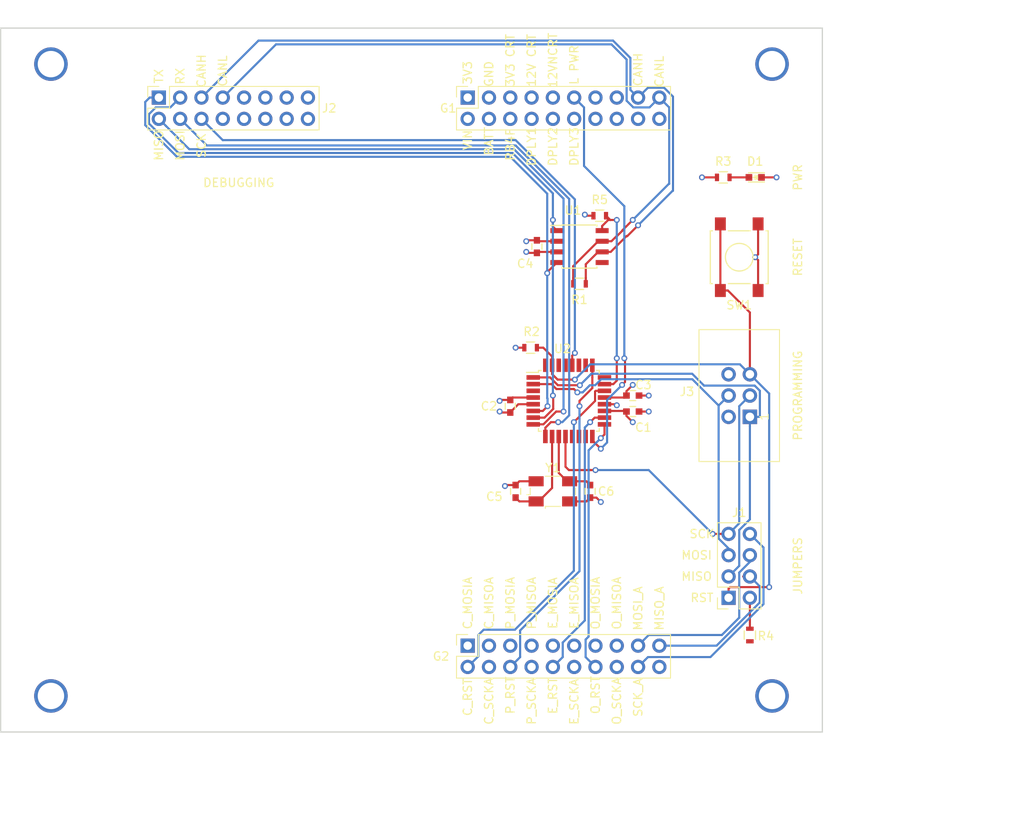
<source format=kicad_pcb>
(kicad_pcb (version 4) (host pcbnew 4.0.6)

  (general
    (links 67)
    (no_connects 18)
    (area 99.924999 46.723 221.946906 146.795)
    (thickness 1.6)
    (drawings 56)
    (tracks 340)
    (zones 0)
    (modules 21)
    (nets 76)
  )

  (page A4)
  (layers
    (0 F.Cu signal)
    (1 GND power)
    (2 VCC power)
    (31 B.Cu signal)
    (32 B.Adhes user)
    (33 F.Adhes user)
    (34 B.Paste user)
    (35 F.Paste user)
    (36 B.SilkS user)
    (37 F.SilkS user)
    (38 B.Mask user)
    (39 F.Mask user)
    (41 Cmts.User user)
    (44 Edge.Cuts user)
    (45 Margin user)
    (46 B.CrtYd user)
    (47 F.CrtYd user)
    (48 B.Fab user)
    (49 F.Fab user)
  )

  (setup
    (last_trace_width 0.25)
    (trace_clearance 0.2)
    (zone_clearance 0.508)
    (zone_45_only no)
    (trace_min 0.2)
    (segment_width 0.2)
    (edge_width 0.15)
    (via_size 0.7)
    (via_drill 0.4)
    (via_min_size 0.7)
    (via_min_drill 0.3)
    (uvia_size 0.3)
    (uvia_drill 0.1)
    (uvias_allowed no)
    (uvia_min_size 0.3)
    (uvia_min_drill 0.1)
    (pcb_text_width 0.15)
    (pcb_text_size 1 1)
    (mod_edge_width 0.15)
    (mod_text_size 1 1)
    (mod_text_width 0.15)
    (pad_size 1.7 1.7)
    (pad_drill 1)
    (pad_to_mask_clearance 0.2)
    (aux_axis_origin 0 0)
    (visible_elements 7FFEFFFF)
    (pcbplotparams
      (layerselection 0x00030_80000001)
      (usegerberextensions false)
      (excludeedgelayer true)
      (linewidth 0.100000)
      (plotframeref false)
      (viasonmask false)
      (mode 1)
      (useauxorigin false)
      (hpglpennumber 1)
      (hpglpenspeed 20)
      (hpglpendiameter 15)
      (hpglpenoverlay 2)
      (psnegative false)
      (psa4output false)
      (plotreference true)
      (plotvalue true)
      (plotinvisibletext false)
      (padsonsilk false)
      (subtractmaskfromsilk false)
      (outputformat 1)
      (mirror false)
      (drillshape 1)
      (scaleselection 1)
      (outputdirectory ""))
  )

  (net 0 "")
  (net 1 GND)
  (net 2 +3V3)
  (net 3 "Net-(C5-Pad2)")
  (net 4 "Net-(C6-Pad2)")
  (net 5 "Net-(D1-Pad2)")
  (net 6 /VIN)
  (net 7 /BATT)
  (net 8 /3V3NONCRIT)
  (net 9 /RB4FLIGHT)
  (net 10 /12VCRIT)
  (net 11 /DEPLOY1)
  (net 12 /12VNONCRIT)
  (net 13 /DEPLOY2)
  (net 14 /LOPWR)
  (net 15 /DEPLOY3)
  (net 16 "Net-(G1-Pad13)")
  (net 17 "Net-(G1-Pad14)")
  (net 18 "Net-(G1-Pad15)")
  (net 19 "Net-(G1-Pad16)")
  (net 20 "Net-(G1-Pad18)")
  (net 21 "Net-(G1-Pad20)")
  (net 22 /COM_MOSI_A)
  (net 23 /COM_RST)
  (net 24 /COM_MISO_A)
  (net 25 /COM_SCK_A)
  (net 26 /PAY_MOSI_A)
  (net 27 /PAY_RST)
  (net 28 /PAY_MISO_A)
  (net 29 /PAY_SCK_A)
  (net 30 /EPS_MOSI_A)
  (net 31 /EPS_RST)
  (net 32 /EPS_MISO_A)
  (net 33 /EPS_SCK_A)
  (net 34 /OBC_MOSI_A)
  (net 35 /OBC_MISO_A)
  (net 36 /OBC_SCK_A)
  (net 37 /MOSI_A_COMMON)
  (net 38 /SCK_A_COMMON)
  (net 39 /MISO_A_COMMON)
  (net 40 "Net-(G2-Pad20)")
  (net 41 /RST)
  (net 42 /XXX_RST)
  (net 43 /MISO_A)
  (net 44 /MOSI_A)
  (net 45 /SCK_A)
  (net 46 /TX_CAN)
  (net 47 /MISO)
  (net 48 /RX_CAN)
  (net 49 /MOSI)
  (net 50 /SCK)
  (net 51 "Net-(J2-Pad8)")
  (net 52 "Net-(J2-Pad9)")
  (net 53 "Net-(J2-Pad10)")
  (net 54 "Net-(J2-Pad11)")
  (net 55 "Net-(J2-Pad12)")
  (net 56 "Net-(J2-Pad13)")
  (net 57 "Net-(J2-Pad14)")
  (net 58 "Net-(J2-Pad15)")
  (net 59 "Net-(J2-Pad16)")
  (net 60 /CANH)
  (net 61 /CANL)
  (net 62 /OBC_RST)
  (net 63 "Net-(U1-Pad5)")
  (net 64 "Net-(U2-Pad3)")
  (net 65 "Net-(U2-Pad13)")
  (net 66 "Net-(U2-Pad14)")
  (net 67 "Net-(U2-Pad15)")
  (net 68 "Net-(U2-Pad24)")
  (net 69 "Net-(U2-Pad26)")
  (net 70 "Net-(U2-Pad27)")
  (net 71 "Net-(U2-Pad29)")
  (net 72 "Net-(U2-Pad30)")
  (net 73 "Net-(U2-Pad32)")
  (net 74 "Net-(J1-Pad2)")
  (net 75 /CAN_LPWR)

  (net_class Default "This is the default net class."
    (clearance 0.2)
    (trace_width 0.25)
    (via_dia 0.7)
    (via_drill 0.4)
    (uvia_dia 0.3)
    (uvia_drill 0.1)
    (add_net +3V3)
    (add_net /12VCRIT)
    (add_net /12VNONCRIT)
    (add_net /3V3NONCRIT)
    (add_net /BATT)
    (add_net /CANH)
    (add_net /CANL)
    (add_net /CAN_LPWR)
    (add_net /COM_MISO_A)
    (add_net /COM_MOSI_A)
    (add_net /COM_RST)
    (add_net /COM_SCK_A)
    (add_net /DEPLOY1)
    (add_net /DEPLOY2)
    (add_net /DEPLOY3)
    (add_net /EPS_MISO_A)
    (add_net /EPS_MOSI_A)
    (add_net /EPS_RST)
    (add_net /EPS_SCK_A)
    (add_net /LOPWR)
    (add_net /MISO)
    (add_net /MISO_A)
    (add_net /MISO_A_COMMON)
    (add_net /MOSI)
    (add_net /MOSI_A)
    (add_net /MOSI_A_COMMON)
    (add_net /OBC_MISO_A)
    (add_net /OBC_MOSI_A)
    (add_net /OBC_RST)
    (add_net /OBC_SCK_A)
    (add_net /PAY_MISO_A)
    (add_net /PAY_MOSI_A)
    (add_net /PAY_RST)
    (add_net /PAY_SCK_A)
    (add_net /RB4FLIGHT)
    (add_net /RST)
    (add_net /RX_CAN)
    (add_net /SCK)
    (add_net /SCK_A)
    (add_net /SCK_A_COMMON)
    (add_net /TX_CAN)
    (add_net /VIN)
    (add_net /XXX_RST)
    (add_net GND)
    (add_net "Net-(C5-Pad2)")
    (add_net "Net-(C6-Pad2)")
    (add_net "Net-(D1-Pad2)")
    (add_net "Net-(G1-Pad13)")
    (add_net "Net-(G1-Pad14)")
    (add_net "Net-(G1-Pad15)")
    (add_net "Net-(G1-Pad16)")
    (add_net "Net-(G1-Pad18)")
    (add_net "Net-(G1-Pad20)")
    (add_net "Net-(G2-Pad20)")
    (add_net "Net-(J1-Pad2)")
    (add_net "Net-(J2-Pad10)")
    (add_net "Net-(J2-Pad11)")
    (add_net "Net-(J2-Pad12)")
    (add_net "Net-(J2-Pad13)")
    (add_net "Net-(J2-Pad14)")
    (add_net "Net-(J2-Pad15)")
    (add_net "Net-(J2-Pad16)")
    (add_net "Net-(J2-Pad8)")
    (add_net "Net-(J2-Pad9)")
    (add_net "Net-(U1-Pad5)")
    (add_net "Net-(U2-Pad13)")
    (add_net "Net-(U2-Pad14)")
    (add_net "Net-(U2-Pad15)")
    (add_net "Net-(U2-Pad24)")
    (add_net "Net-(U2-Pad26)")
    (add_net "Net-(U2-Pad27)")
    (add_net "Net-(U2-Pad29)")
    (add_net "Net-(U2-Pad3)")
    (add_net "Net-(U2-Pad30)")
    (add_net "Net-(U2-Pad32)")
  )

  (module Housings_QFP:TQFP-32_7x7mm_Pitch0.8mm (layer F.Cu) (tedit 54130A77) (tstamp 59941198)
    (at 167.767 94.488)
    (descr "32-Lead Plastic Thin Quad Flatpack (PT) - 7x7x1.0 mm Body, 2.00 mm [TQFP] (see Microchip Packaging Specification 00000049BS.pdf)")
    (tags "QFP 0.8")
    (path /59464C0C)
    (attr smd)
    (fp_text reference U2 (at -0.762 -6.223) (layer F.SilkS)
      (effects (font (size 1 1) (thickness 0.15)))
    )
    (fp_text value ATMEGA32M1-MU (at 0 6.05) (layer F.Fab)
      (effects (font (size 1 1) (thickness 0.15)))
    )
    (fp_text user %R (at 0 0) (layer F.Fab)
      (effects (font (size 1 1) (thickness 0.15)))
    )
    (fp_line (start -2.5 -3.5) (end 3.5 -3.5) (layer F.Fab) (width 0.15))
    (fp_line (start 3.5 -3.5) (end 3.5 3.5) (layer F.Fab) (width 0.15))
    (fp_line (start 3.5 3.5) (end -3.5 3.5) (layer F.Fab) (width 0.15))
    (fp_line (start -3.5 3.5) (end -3.5 -2.5) (layer F.Fab) (width 0.15))
    (fp_line (start -3.5 -2.5) (end -2.5 -3.5) (layer F.Fab) (width 0.15))
    (fp_line (start -5.3 -5.3) (end -5.3 5.3) (layer F.CrtYd) (width 0.05))
    (fp_line (start 5.3 -5.3) (end 5.3 5.3) (layer F.CrtYd) (width 0.05))
    (fp_line (start -5.3 -5.3) (end 5.3 -5.3) (layer F.CrtYd) (width 0.05))
    (fp_line (start -5.3 5.3) (end 5.3 5.3) (layer F.CrtYd) (width 0.05))
    (fp_line (start -3.625 -3.625) (end -3.625 -3.4) (layer F.SilkS) (width 0.15))
    (fp_line (start 3.625 -3.625) (end 3.625 -3.3) (layer F.SilkS) (width 0.15))
    (fp_line (start 3.625 3.625) (end 3.625 3.3) (layer F.SilkS) (width 0.15))
    (fp_line (start -3.625 3.625) (end -3.625 3.3) (layer F.SilkS) (width 0.15))
    (fp_line (start -3.625 -3.625) (end -3.3 -3.625) (layer F.SilkS) (width 0.15))
    (fp_line (start -3.625 3.625) (end -3.3 3.625) (layer F.SilkS) (width 0.15))
    (fp_line (start 3.625 3.625) (end 3.3 3.625) (layer F.SilkS) (width 0.15))
    (fp_line (start 3.625 -3.625) (end 3.3 -3.625) (layer F.SilkS) (width 0.15))
    (fp_line (start -3.625 -3.4) (end -5.05 -3.4) (layer F.SilkS) (width 0.15))
    (pad 1 smd rect (at -4.25 -2.8) (size 1.6 0.55) (layers F.Cu F.Paste F.Mask)
      (net 43 /MISO_A))
    (pad 2 smd rect (at -4.25 -2) (size 1.6 0.55) (layers F.Cu F.Paste F.Mask)
      (net 44 /MOSI_A))
    (pad 3 smd rect (at -4.25 -1.2) (size 1.6 0.55) (layers F.Cu F.Paste F.Mask)
      (net 64 "Net-(U2-Pad3)"))
    (pad 4 smd rect (at -4.25 -0.4) (size 1.6 0.55) (layers F.Cu F.Paste F.Mask)
      (net 2 +3V3))
    (pad 5 smd rect (at -4.25 0.4) (size 1.6 0.55) (layers F.Cu F.Paste F.Mask)
      (net 1 GND))
    (pad 6 smd rect (at -4.25 1.2) (size 1.6 0.55) (layers F.Cu F.Paste F.Mask)
      (net 46 /TX_CAN))
    (pad 7 smd rect (at -4.25 2) (size 1.6 0.55) (layers F.Cu F.Paste F.Mask)
      (net 48 /RX_CAN))
    (pad 8 smd rect (at -4.25 2.8) (size 1.6 0.55) (layers F.Cu F.Paste F.Mask)
      (net 47 /MISO))
    (pad 9 smd rect (at -2.8 4.25 90) (size 1.6 0.55) (layers F.Cu F.Paste F.Mask)
      (net 49 /MOSI))
    (pad 10 smd rect (at -2 4.25 90) (size 1.6 0.55) (layers F.Cu F.Paste F.Mask)
      (net 3 "Net-(C5-Pad2)"))
    (pad 11 smd rect (at -1.2 4.25 90) (size 1.6 0.55) (layers F.Cu F.Paste F.Mask)
      (net 4 "Net-(C6-Pad2)"))
    (pad 12 smd rect (at -0.4 4.25 90) (size 1.6 0.55) (layers F.Cu F.Paste F.Mask)
      (net 45 /SCK_A))
    (pad 13 smd rect (at 0.4 4.25 90) (size 1.6 0.55) (layers F.Cu F.Paste F.Mask)
      (net 65 "Net-(U2-Pad13)"))
    (pad 14 smd rect (at 1.2 4.25 90) (size 1.6 0.55) (layers F.Cu F.Paste F.Mask)
      (net 66 "Net-(U2-Pad14)"))
    (pad 15 smd rect (at 2 4.25 90) (size 1.6 0.55) (layers F.Cu F.Paste F.Mask)
      (net 67 "Net-(U2-Pad15)"))
    (pad 16 smd rect (at 2.8 4.25 90) (size 1.6 0.55) (layers F.Cu F.Paste F.Mask)
      (net 14 /LOPWR))
    (pad 17 smd rect (at 4.25 2.8) (size 1.6 0.55) (layers F.Cu F.Paste F.Mask)
      (net 62 /OBC_RST))
    (pad 18 smd rect (at 4.25 2) (size 1.6 0.55) (layers F.Cu F.Paste F.Mask)
      (net 31 /EPS_RST))
    (pad 19 smd rect (at 4.25 1.2) (size 1.6 0.55) (layers F.Cu F.Paste F.Mask)
      (net 2 +3V3))
    (pad 20 smd rect (at 4.25 0.4) (size 1.6 0.55) (layers F.Cu F.Paste F.Mask)
      (net 1 GND))
    (pad 21 smd rect (at 4.25 -0.4) (size 1.6 0.55) (layers F.Cu F.Paste F.Mask)
      (net 2 +3V3))
    (pad 22 smd rect (at 4.25 -1.2) (size 1.6 0.55) (layers F.Cu F.Paste F.Mask)
      (net 23 /COM_RST))
    (pad 23 smd rect (at 4.25 -2) (size 1.6 0.55) (layers F.Cu F.Paste F.Mask)
      (net 75 /CAN_LPWR))
    (pad 24 smd rect (at 4.25 -2.8) (size 1.6 0.55) (layers F.Cu F.Paste F.Mask)
      (net 68 "Net-(U2-Pad24)"))
    (pad 25 smd rect (at 2.8 -4.25 90) (size 1.6 0.55) (layers F.Cu F.Paste F.Mask)
      (net 27 /PAY_RST))
    (pad 26 smd rect (at 2 -4.25 90) (size 1.6 0.55) (layers F.Cu F.Paste F.Mask)
      (net 69 "Net-(U2-Pad26)"))
    (pad 27 smd rect (at 1.2 -4.25 90) (size 1.6 0.55) (layers F.Cu F.Paste F.Mask)
      (net 70 "Net-(U2-Pad27)"))
    (pad 28 smd rect (at 0.4 -4.25 90) (size 1.6 0.55) (layers F.Cu F.Paste F.Mask)
      (net 50 /SCK))
    (pad 29 smd rect (at -0.4 -4.25 90) (size 1.6 0.55) (layers F.Cu F.Paste F.Mask)
      (net 71 "Net-(U2-Pad29)"))
    (pad 30 smd rect (at -1.2 -4.25 90) (size 1.6 0.55) (layers F.Cu F.Paste F.Mask)
      (net 72 "Net-(U2-Pad30)"))
    (pad 31 smd rect (at -2 -4.25 90) (size 1.6 0.55) (layers F.Cu F.Paste F.Mask)
      (net 41 /RST))
    (pad 32 smd rect (at -2.8 -4.25 90) (size 1.6 0.55) (layers F.Cu F.Paste F.Mask)
      (net 73 "Net-(U2-Pad32)"))
    (model Housings_QFP.3dshapes/TQFP-32_7x7mm_Pitch0.8mm.wrl
      (at (xyz 0 0 0))
      (scale (xyz 1 1 1))
      (rotate (xyz 0 0 0))
    )
  )

  (module Resistors_SMD:R_0603 (layer F.Cu) (tedit 58307A47) (tstamp 59972995)
    (at 171.45 72.39)
    (descr "Resistor SMD 0603, reflow soldering, Vishay (see dcrcw.pdf)")
    (tags "resistor 0603")
    (path /59973E79)
    (attr smd)
    (fp_text reference R5 (at 0 -1.9 180) (layer F.SilkS)
      (effects (font (size 1 1) (thickness 0.15)))
    )
    (fp_text value 1K (at 0 1.9) (layer F.Fab)
      (effects (font (size 1 1) (thickness 0.15)))
    )
    (fp_line (start -0.8 0.4) (end -0.8 -0.4) (layer F.Fab) (width 0.1))
    (fp_line (start 0.8 0.4) (end -0.8 0.4) (layer F.Fab) (width 0.1))
    (fp_line (start 0.8 -0.4) (end 0.8 0.4) (layer F.Fab) (width 0.1))
    (fp_line (start -0.8 -0.4) (end 0.8 -0.4) (layer F.Fab) (width 0.1))
    (fp_line (start -1.3 -0.8) (end 1.3 -0.8) (layer F.CrtYd) (width 0.05))
    (fp_line (start -1.3 0.8) (end 1.3 0.8) (layer F.CrtYd) (width 0.05))
    (fp_line (start -1.3 -0.8) (end -1.3 0.8) (layer F.CrtYd) (width 0.05))
    (fp_line (start 1.3 -0.8) (end 1.3 0.8) (layer F.CrtYd) (width 0.05))
    (fp_line (start 0.5 0.675) (end -0.5 0.675) (layer F.SilkS) (width 0.15))
    (fp_line (start -0.5 -0.675) (end 0.5 -0.675) (layer F.SilkS) (width 0.15))
    (pad 1 smd rect (at -0.75 0) (size 0.5 0.9) (layers F.Cu F.Paste F.Mask)
      (net 1 GND))
    (pad 2 smd rect (at 0.75 0) (size 0.5 0.9) (layers F.Cu F.Paste F.Mask)
      (net 75 /CAN_LPWR))
    (model Resistors_SMD.3dshapes/R_0603.wrl
      (at (xyz 0 0 0))
      (scale (xyz 1 1 1))
      (rotate (xyz 0 0 0))
    )
  )

  (module Socket_Strips:Socket_Strip_Straight_2x10_Pitch2.54mm (layer F.Cu) (tedit 588DE958) (tstamp 5994108A)
    (at 155.702 123.698 90)
    (descr "Through hole straight socket strip, 2x10, 2.54mm pitch, double rows")
    (tags "Through hole socket strip THT 2x10 2.54mm double row")
    (path /598FD960)
    (fp_text reference G2 (at -1.27 -3.175 180) (layer F.SilkS)
      (effects (font (size 1 1) (thickness 0.15)))
    )
    (fp_text value "GENERAL CONN 2" (at -1.27 25.19 90) (layer F.Fab)
      (effects (font (size 1 1) (thickness 0.15)))
    )
    (fp_line (start -3.81 -1.27) (end -3.81 24.13) (layer F.Fab) (width 0.1))
    (fp_line (start -3.81 24.13) (end 1.27 24.13) (layer F.Fab) (width 0.1))
    (fp_line (start 1.27 24.13) (end 1.27 -1.27) (layer F.Fab) (width 0.1))
    (fp_line (start 1.27 -1.27) (end -3.81 -1.27) (layer F.Fab) (width 0.1))
    (fp_line (start 1.33 1.27) (end 1.33 24.19) (layer F.SilkS) (width 0.12))
    (fp_line (start 1.33 24.19) (end -3.87 24.19) (layer F.SilkS) (width 0.12))
    (fp_line (start -3.87 24.19) (end -3.87 -1.33) (layer F.SilkS) (width 0.12))
    (fp_line (start -3.87 -1.33) (end -1.27 -1.33) (layer F.SilkS) (width 0.12))
    (fp_line (start -1.27 -1.33) (end -1.27 1.27) (layer F.SilkS) (width 0.12))
    (fp_line (start -1.27 1.27) (end 1.33 1.27) (layer F.SilkS) (width 0.12))
    (fp_line (start 1.33 0) (end 1.33 -1.33) (layer F.SilkS) (width 0.12))
    (fp_line (start 1.33 -1.33) (end 0.06 -1.33) (layer F.SilkS) (width 0.12))
    (fp_line (start -4.1 -1.55) (end -4.1 24.4) (layer F.CrtYd) (width 0.05))
    (fp_line (start -4.1 24.4) (end 1.55 24.4) (layer F.CrtYd) (width 0.05))
    (fp_line (start 1.55 24.4) (end 1.55 -1.55) (layer F.CrtYd) (width 0.05))
    (fp_line (start 1.55 -1.55) (end -4.1 -1.55) (layer F.CrtYd) (width 0.05))
    (pad 1 thru_hole rect (at 0 0 90) (size 1.7 1.7) (drill 1) (layers *.Cu *.Mask)
      (net 22 /COM_MOSI_A))
    (pad 2 thru_hole oval (at -2.54 0 90) (size 1.7 1.7) (drill 1) (layers *.Cu *.Mask)
      (net 23 /COM_RST))
    (pad 3 thru_hole oval (at 0 2.54 90) (size 1.7 1.7) (drill 1) (layers *.Cu *.Mask)
      (net 24 /COM_MISO_A))
    (pad 4 thru_hole oval (at -2.54 2.54 90) (size 1.7 1.7) (drill 1) (layers *.Cu *.Mask)
      (net 25 /COM_SCK_A))
    (pad 5 thru_hole oval (at 0 5.08 90) (size 1.7 1.7) (drill 1) (layers *.Cu *.Mask)
      (net 26 /PAY_MOSI_A))
    (pad 6 thru_hole oval (at -2.54 5.08 90) (size 1.7 1.7) (drill 1) (layers *.Cu *.Mask)
      (net 27 /PAY_RST))
    (pad 7 thru_hole oval (at 0 7.62 90) (size 1.7 1.7) (drill 1) (layers *.Cu *.Mask)
      (net 28 /PAY_MISO_A))
    (pad 8 thru_hole oval (at -2.54 7.62 90) (size 1.7 1.7) (drill 1) (layers *.Cu *.Mask)
      (net 29 /PAY_SCK_A))
    (pad 9 thru_hole oval (at 0 10.16 90) (size 1.7 1.7) (drill 1) (layers *.Cu *.Mask)
      (net 30 /EPS_MOSI_A))
    (pad 10 thru_hole oval (at -2.54 10.16 90) (size 1.7 1.7) (drill 1) (layers *.Cu *.Mask)
      (net 31 /EPS_RST))
    (pad 11 thru_hole oval (at 0 12.7 90) (size 1.7 1.7) (drill 1) (layers *.Cu *.Mask)
      (net 32 /EPS_MISO_A))
    (pad 12 thru_hole oval (at -2.54 12.7 90) (size 1.7 1.7) (drill 1) (layers *.Cu *.Mask)
      (net 33 /EPS_SCK_A))
    (pad 13 thru_hole oval (at 0 15.24 90) (size 1.7 1.7) (drill 1) (layers *.Cu *.Mask)
      (net 34 /OBC_MOSI_A))
    (pad 14 thru_hole oval (at -2.54 15.24 90) (size 1.7 1.7) (drill 1) (layers *.Cu *.Mask)
      (net 62 /OBC_RST))
    (pad 15 thru_hole oval (at 0 17.78 90) (size 1.7 1.7) (drill 1) (layers *.Cu *.Mask)
      (net 35 /OBC_MISO_A))
    (pad 16 thru_hole oval (at -2.54 17.78 90) (size 1.7 1.7) (drill 1) (layers *.Cu *.Mask)
      (net 36 /OBC_SCK_A))
    (pad 17 thru_hole oval (at 0 20.32 90) (size 1.7 1.7) (drill 1) (layers *.Cu *.Mask)
      (net 37 /MOSI_A_COMMON))
    (pad 18 thru_hole oval (at -2.54 20.32 90) (size 1.7 1.7) (drill 1) (layers *.Cu *.Mask)
      (net 38 /SCK_A_COMMON))
    (pad 19 thru_hole oval (at 0 22.86 90) (size 1.7 1.7) (drill 1) (layers *.Cu *.Mask)
      (net 39 /MISO_A_COMMON))
    (pad 20 thru_hole oval (at -2.54 22.86 90) (size 1.7 1.7) (drill 1) (layers *.Cu *.Mask)
      (net 40 "Net-(G2-Pad20)"))
    (model Socket_Strips.3dshapes/Socket_Strip_Straight_2x10_Pitch2.54mm.wrl
      (at (xyz -0.05 -0.45 0))
      (scale (xyz 1 1 1))
      (rotate (xyz 0 0 270))
    )
  )

  (module Socket_Strips:Socket_Strip_Straight_2x10_Pitch2.54mm (layer F.Cu) (tedit 59942989) (tstamp 59941062)
    (at 155.702 58.293 90)
    (descr "Through hole straight socket strip, 2x10, 2.54mm pitch, double rows")
    (tags "Through hole socket strip THT 2x10 2.54mm double row")
    (path /598FD923)
    (fp_text reference G1 (at -1.27 -2.33 180) (layer F.SilkS)
      (effects (font (size 1 1) (thickness 0.15)))
    )
    (fp_text value "GENERAL CONN 1" (at -1.27 25.19 90) (layer F.Fab)
      (effects (font (size 1 1) (thickness 0.15)))
    )
    (fp_line (start -3.81 -1.27) (end -3.81 24.13) (layer F.Fab) (width 0.1))
    (fp_line (start -3.81 24.13) (end 1.27 24.13) (layer F.Fab) (width 0.1))
    (fp_line (start 1.27 24.13) (end 1.27 -1.27) (layer F.Fab) (width 0.1))
    (fp_line (start 1.27 -1.27) (end -3.81 -1.27) (layer F.Fab) (width 0.1))
    (fp_line (start 1.33 1.27) (end 1.33 24.19) (layer F.SilkS) (width 0.12))
    (fp_line (start 1.33 24.19) (end -3.87 24.19) (layer F.SilkS) (width 0.12))
    (fp_line (start -3.87 24.19) (end -3.87 -1.33) (layer F.SilkS) (width 0.12))
    (fp_line (start -3.87 -1.33) (end -1.27 -1.33) (layer F.SilkS) (width 0.12))
    (fp_line (start -1.27 -1.33) (end -1.27 1.27) (layer F.SilkS) (width 0.12))
    (fp_line (start -1.27 1.27) (end 1.33 1.27) (layer F.SilkS) (width 0.12))
    (fp_line (start 1.33 0) (end 1.33 -1.33) (layer F.SilkS) (width 0.12))
    (fp_line (start 1.33 -1.33) (end 0.06 -1.33) (layer F.SilkS) (width 0.12))
    (fp_line (start -4.1 -1.55) (end -4.1 24.4) (layer F.CrtYd) (width 0.05))
    (fp_line (start -4.1 24.4) (end 1.55 24.4) (layer F.CrtYd) (width 0.05))
    (fp_line (start 1.55 24.4) (end 1.55 -1.55) (layer F.CrtYd) (width 0.05))
    (fp_line (start 1.55 -1.55) (end -4.1 -1.55) (layer F.CrtYd) (width 0.05))
    (pad 1 thru_hole rect (at 0 0 90) (size 1.7 1.7) (drill 1) (layers *.Cu *.Mask)
      (net 2 +3V3))
    (pad 2 thru_hole oval (at -2.54 0 90) (size 1.7 1.7) (drill 1) (layers *.Cu *.Mask)
      (net 6 /VIN))
    (pad 3 thru_hole oval (at 0 2.54 90) (size 1.7 1.7) (drill 1) (layers *.Cu *.Mask)
      (net 1 GND))
    (pad 4 thru_hole oval (at -2.54 2.54 90) (size 1.7 1.7) (drill 1) (layers *.Cu *.Mask)
      (net 7 /BATT))
    (pad 5 thru_hole oval (at 0 5.08 90) (size 1.7 1.7) (drill 1) (layers *.Cu *.Mask)
      (net 8 /3V3NONCRIT))
    (pad 6 thru_hole oval (at -2.54 5.08 90) (size 1.7 1.7) (drill 1) (layers *.Cu *.Mask)
      (net 9 /RB4FLIGHT))
    (pad 7 thru_hole oval (at 0 7.62 90) (size 1.7 1.7) (drill 1) (layers *.Cu *.Mask)
      (net 10 /12VCRIT))
    (pad 8 thru_hole oval (at -2.54 7.62 90) (size 1.7 1.7) (drill 1) (layers *.Cu *.Mask)
      (net 11 /DEPLOY1))
    (pad 9 thru_hole oval (at 0 10.16 90) (size 1.7 1.7) (drill 1) (layers *.Cu *.Mask)
      (net 12 /12VNONCRIT))
    (pad 10 thru_hole oval (at -2.54 10.16 90) (size 1.7 1.7) (drill 1) (layers *.Cu *.Mask)
      (net 13 /DEPLOY2))
    (pad 11 thru_hole oval (at 0 12.7 90) (size 1.7 1.7) (drill 1) (layers *.Cu *.Mask)
      (net 14 /LOPWR))
    (pad 12 thru_hole oval (at -2.54 12.7 90) (size 1.7 1.7) (drill 1) (layers *.Cu *.Mask)
      (net 15 /DEPLOY3))
    (pad 13 thru_hole oval (at 0 15.24 90) (size 1.7 1.7) (drill 1) (layers *.Cu *.Mask)
      (net 16 "Net-(G1-Pad13)"))
    (pad 14 thru_hole oval (at -2.54 15.24 90) (size 1.7 1.7) (drill 1) (layers *.Cu *.Mask)
      (net 17 "Net-(G1-Pad14)"))
    (pad 15 thru_hole oval (at 0 17.78 90) (size 1.7 1.7) (drill 1) (layers *.Cu *.Mask)
      (net 18 "Net-(G1-Pad15)"))
    (pad 16 thru_hole oval (at -2.54 17.78 90) (size 1.7 1.7) (drill 1) (layers *.Cu *.Mask)
      (net 19 "Net-(G1-Pad16)"))
    (pad 17 thru_hole oval (at 0 20.32 90) (size 1.7 1.7) (drill 1) (layers *.Cu *.Mask)
      (net 60 /CANH))
    (pad 18 thru_hole oval (at -2.54 20.32 90) (size 1.7 1.7) (drill 1) (layers *.Cu *.Mask)
      (net 20 "Net-(G1-Pad18)"))
    (pad 19 thru_hole oval (at 0 22.86 90) (size 1.7 1.7) (drill 1) (layers *.Cu *.Mask)
      (net 61 /CANL))
    (pad 20 thru_hole oval (at -2.54 22.86 90) (size 1.7 1.7) (drill 1) (layers *.Cu *.Mask)
      (net 21 "Net-(G1-Pad20)"))
    (model Socket_Strips.3dshapes/Socket_Strip_Straight_2x10_Pitch2.54mm.wrl
      (at (xyz -0.05 -0.45 0))
      (scale (xyz 1 1 1))
      (rotate (xyz 0 0 270))
    )
  )

  (module Connectors:IDC_Header_Straight_6pins (layer F.Cu) (tedit 584BD5A1) (tstamp 599410EC)
    (at 189.357 96.393 90)
    (descr "6 pins through hole IDC header")
    (tags "IDC header socket VASCH AVR ISP")
    (path /5946A5ED)
    (fp_text reference J3 (at 3 -7.5 180) (layer F.SilkS)
      (effects (font (size 1 1) (thickness 0.15)))
    )
    (fp_text value "PROGRAMMING PORT" (at 3 5 90) (layer F.Fab)
      (effects (font (size 1 1) (thickness 0.15)))
    )
    (fp_line (start -5.08 -5.82) (end 10.16 -5.82) (layer F.Fab) (width 0.1))
    (fp_line (start -4.54 -5.27) (end 9.6 -5.27) (layer F.Fab) (width 0.1))
    (fp_line (start -5.08 3.28) (end 10.16 3.28) (layer F.Fab) (width 0.1))
    (fp_line (start -4.54 2.73) (end 0.29 2.73) (layer F.Fab) (width 0.1))
    (fp_line (start 4.79 2.73) (end 9.6 2.73) (layer F.Fab) (width 0.1))
    (fp_line (start 0.29 2.73) (end 0.29 3.28) (layer F.Fab) (width 0.1))
    (fp_line (start 4.79 2.73) (end 4.79 3.28) (layer F.Fab) (width 0.1))
    (fp_line (start -5.08 -5.82) (end -5.08 3.28) (layer F.Fab) (width 0.1))
    (fp_line (start -4.54 -5.27) (end -4.54 2.73) (layer F.Fab) (width 0.1))
    (fp_line (start 10.16 -5.82) (end 10.16 3.28) (layer F.Fab) (width 0.1))
    (fp_line (start 9.6 -5.27) (end 9.6 2.73) (layer F.Fab) (width 0.1))
    (fp_line (start -5.08 -5.82) (end -4.54 -5.27) (layer F.Fab) (width 0.1))
    (fp_line (start 10.16 -5.82) (end 9.6 -5.27) (layer F.Fab) (width 0.1))
    (fp_line (start -5.08 3.28) (end -4.54 2.73) (layer F.Fab) (width 0.1))
    (fp_line (start 10.16 3.28) (end 9.6 2.73) (layer F.Fab) (width 0.1))
    (fp_line (start -5.58 -6.32) (end 10.66 -6.32) (layer F.CrtYd) (width 0.05))
    (fp_line (start 10.66 -6.32) (end 10.66 3.78) (layer F.CrtYd) (width 0.05))
    (fp_line (start 10.66 3.78) (end -5.58 3.78) (layer F.CrtYd) (width 0.05))
    (fp_line (start -5.58 3.78) (end -5.58 -6.32) (layer F.CrtYd) (width 0.05))
    (fp_text user 1 (at 0.02 1.72 90) (layer F.SilkS)
      (effects (font (size 1 1) (thickness 0.12)))
    )
    (fp_line (start -5.33 -6.07) (end 10.41 -6.07) (layer F.SilkS) (width 0.12))
    (fp_line (start 10.41 -6.07) (end 10.41 3.53) (layer F.SilkS) (width 0.12))
    (fp_line (start 10.41 3.53) (end -5.33 3.53) (layer F.SilkS) (width 0.12))
    (fp_line (start -5.33 3.53) (end -5.33 -6.07) (layer F.SilkS) (width 0.12))
    (pad 1 thru_hole rect (at 0 0 90) (size 1.7272 1.7272) (drill 1.016) (layers *.Cu *.Mask)
      (net 43 /MISO_A))
    (pad 2 thru_hole oval (at 0 -2.54 90) (size 1.7272 1.7272) (drill 1.016) (layers *.Cu *.Mask)
      (net 2 +3V3))
    (pad 3 thru_hole oval (at 2.54 0 90) (size 1.7272 1.7272) (drill 1.016) (layers *.Cu *.Mask)
      (net 45 /SCK_A))
    (pad 4 thru_hole oval (at 2.54 -2.54 90) (size 1.7272 1.7272) (drill 1.016) (layers *.Cu *.Mask)
      (net 44 /MOSI_A))
    (pad 5 thru_hole oval (at 5.08 0 90) (size 1.7272 1.7272) (drill 1.016) (layers *.Cu *.Mask)
      (net 41 /RST))
    (pad 6 thru_hole oval (at 5.08 -2.54 90) (size 1.7272 1.7272) (drill 1.016) (layers *.Cu *.Mask)
      (net 1 GND))
  )

  (module Buttons_Switches_SMD:SW_SPST_B3S-1000 (layer F.Cu) (tedit 56EDA1C6) (tstamp 59941145)
    (at 188.087 77.343 90)
    (descr "Surface Mount Tactile Switch for High-Density Packaging")
    (tags "Tactile Switch")
    (path /59907A25)
    (attr smd)
    (fp_text reference SW1 (at -5.715 0 180) (layer F.SilkS)
      (effects (font (size 1 1) (thickness 0.15)))
    )
    (fp_text value SW_RST (at 0 4.5 90) (layer F.Fab)
      (effects (font (size 1 1) (thickness 0.15)))
    )
    (fp_line (start -5 3.7) (end 5 3.7) (layer F.CrtYd) (width 0.05))
    (fp_line (start 5 3.7) (end 5 -3.7) (layer F.CrtYd) (width 0.05))
    (fp_line (start 5 -3.7) (end -5 -3.7) (layer F.CrtYd) (width 0.05))
    (fp_line (start -5 -3.7) (end -5 3.7) (layer F.CrtYd) (width 0.05))
    (fp_line (start -3.15 -3.2) (end -3.15 -3.45) (layer F.SilkS) (width 0.15))
    (fp_line (start -3.15 -3.45) (end 3.15 -3.45) (layer F.SilkS) (width 0.15))
    (fp_line (start 3.15 -3.45) (end 3.15 -3.2) (layer F.SilkS) (width 0.15))
    (fp_line (start -3.15 1.3) (end -3.15 -1.3) (layer F.SilkS) (width 0.15))
    (fp_line (start 3.15 3.2) (end 3.15 3.45) (layer F.SilkS) (width 0.15))
    (fp_line (start 3.15 3.45) (end -3.15 3.45) (layer F.SilkS) (width 0.15))
    (fp_line (start -3.15 3.45) (end -3.15 3.2) (layer F.SilkS) (width 0.15))
    (fp_line (start 3.15 -1.3) (end 3.15 1.3) (layer F.SilkS) (width 0.15))
    (fp_circle (center 0 0) (end 1.65 0) (layer F.SilkS) (width 0.15))
    (fp_line (start -3 -3.3) (end 3 -3.3) (layer F.Fab) (width 0.15))
    (fp_line (start 3 -3.3) (end 3 3.3) (layer F.Fab) (width 0.15))
    (fp_line (start 3 3.3) (end -3 3.3) (layer F.Fab) (width 0.15))
    (fp_line (start -3 3.3) (end -3 -3.3) (layer F.Fab) (width 0.15))
    (pad 1 smd rect (at -3.975 -2.25 90) (size 1.55 1.3) (layers F.Cu F.Paste F.Mask)
      (net 41 /RST))
    (pad 1 smd rect (at 3.975 -2.25 90) (size 1.55 1.3) (layers F.Cu F.Paste F.Mask)
      (net 41 /RST))
    (pad 2 smd rect (at -3.975 2.25 90) (size 1.55 1.3) (layers F.Cu F.Paste F.Mask)
      (net 1 GND))
    (pad 2 smd rect (at 3.975 2.25 90) (size 1.55 1.3) (layers F.Cu F.Paste F.Mask)
      (net 1 GND))
  )

  (module Socket_Strips:Socket_Strip_Straight_2x04_Pitch2.54mm (layer F.Cu) (tedit 588DE958) (tstamp 599410A6)
    (at 186.817 117.983 180)
    (descr "Through hole straight socket strip, 2x04, 2.54mm pitch, double rows")
    (tags "Through hole socket strip THT 2x04 2.54mm double row")
    (path /5990508A)
    (fp_text reference J1 (at -1.27 10.16 180) (layer F.SilkS)
      (effects (font (size 1 1) (thickness 0.15)))
    )
    (fp_text value RST_JMP (at -1.27 9.95 180) (layer F.Fab)
      (effects (font (size 1 1) (thickness 0.15)))
    )
    (fp_line (start -3.81 -1.27) (end -3.81 8.89) (layer F.Fab) (width 0.1))
    (fp_line (start -3.81 8.89) (end 1.27 8.89) (layer F.Fab) (width 0.1))
    (fp_line (start 1.27 8.89) (end 1.27 -1.27) (layer F.Fab) (width 0.1))
    (fp_line (start 1.27 -1.27) (end -3.81 -1.27) (layer F.Fab) (width 0.1))
    (fp_line (start 1.33 1.27) (end 1.33 8.95) (layer F.SilkS) (width 0.12))
    (fp_line (start 1.33 8.95) (end -3.87 8.95) (layer F.SilkS) (width 0.12))
    (fp_line (start -3.87 8.95) (end -3.87 -1.33) (layer F.SilkS) (width 0.12))
    (fp_line (start -3.87 -1.33) (end -1.27 -1.33) (layer F.SilkS) (width 0.12))
    (fp_line (start -1.27 -1.33) (end -1.27 1.27) (layer F.SilkS) (width 0.12))
    (fp_line (start -1.27 1.27) (end 1.33 1.27) (layer F.SilkS) (width 0.12))
    (fp_line (start 1.33 0) (end 1.33 -1.33) (layer F.SilkS) (width 0.12))
    (fp_line (start 1.33 -1.33) (end 0.06 -1.33) (layer F.SilkS) (width 0.12))
    (fp_line (start -4.1 -1.55) (end -4.1 9.15) (layer F.CrtYd) (width 0.05))
    (fp_line (start -4.1 9.15) (end 1.55 9.15) (layer F.CrtYd) (width 0.05))
    (fp_line (start 1.55 9.15) (end 1.55 -1.55) (layer F.CrtYd) (width 0.05))
    (fp_line (start 1.55 -1.55) (end -4.1 -1.55) (layer F.CrtYd) (width 0.05))
    (pad 1 thru_hole rect (at 0 0 180) (size 1.7 1.7) (drill 1) (layers *.Cu *.Mask)
      (net 41 /RST))
    (pad 2 thru_hole oval (at -2.54 0 180) (size 1.7 1.7) (drill 1) (layers *.Cu *.Mask)
      (net 74 "Net-(J1-Pad2)"))
    (pad 3 thru_hole oval (at 0 2.54 180) (size 1.7 1.7) (drill 1) (layers *.Cu *.Mask)
      (net 43 /MISO_A))
    (pad 4 thru_hole oval (at -2.54 2.54 180) (size 1.7 1.7) (drill 1) (layers *.Cu *.Mask)
      (net 39 /MISO_A_COMMON))
    (pad 5 thru_hole oval (at 0 5.08 180) (size 1.7 1.7) (drill 1) (layers *.Cu *.Mask)
      (net 44 /MOSI_A))
    (pad 6 thru_hole oval (at -2.54 5.08 180) (size 1.7 1.7) (drill 1) (layers *.Cu *.Mask)
      (net 37 /MOSI_A_COMMON))
    (pad 7 thru_hole oval (at 0 7.62 180) (size 1.7 1.7) (drill 1) (layers *.Cu *.Mask)
      (net 45 /SCK_A))
    (pad 8 thru_hole oval (at -2.54 7.62 180) (size 1.7 1.7) (drill 1) (layers *.Cu *.Mask)
      (net 38 /SCK_A_COMMON))
    (model Socket_Strips.3dshapes/Socket_Strip_Straight_2x04_Pitch2.54mm.wrl
      (at (xyz -0.05 -0.15 0))
      (scale (xyz 1 1 1))
      (rotate (xyz 0 0 270))
    )
  )

  (module Capacitors_SMD:C_0603 (layer F.Cu) (tedit 59942AE2) (tstamp 59940FD1)
    (at 175.387 95.758 180)
    (descr "Capacitor SMD 0603, reflow soldering, AVX (see smccp.pdf)")
    (tags "capacitor 0603")
    (path /598FFDB5)
    (attr smd)
    (fp_text reference C1 (at -1.27 -1.9 180) (layer F.SilkS)
      (effects (font (size 1 1) (thickness 0.15)))
    )
    (fp_text value "0.1 uF" (at -0.635 -2.54 180) (layer F.Fab)
      (effects (font (size 1 1) (thickness 0.15)))
    )
    (fp_line (start -0.8 0.4) (end -0.8 -0.4) (layer F.Fab) (width 0.15))
    (fp_line (start 0.8 0.4) (end -0.8 0.4) (layer F.Fab) (width 0.15))
    (fp_line (start 0.8 -0.4) (end 0.8 0.4) (layer F.Fab) (width 0.15))
    (fp_line (start -0.8 -0.4) (end 0.8 -0.4) (layer F.Fab) (width 0.15))
    (fp_line (start -1.45 -0.75) (end 1.45 -0.75) (layer F.CrtYd) (width 0.05))
    (fp_line (start -1.45 0.75) (end 1.45 0.75) (layer F.CrtYd) (width 0.05))
    (fp_line (start -1.45 -0.75) (end -1.45 0.75) (layer F.CrtYd) (width 0.05))
    (fp_line (start 1.45 -0.75) (end 1.45 0.75) (layer F.CrtYd) (width 0.05))
    (fp_line (start -0.35 -0.6) (end 0.35 -0.6) (layer F.SilkS) (width 0.15))
    (fp_line (start 0.35 0.6) (end -0.35 0.6) (layer F.SilkS) (width 0.15))
    (pad 1 smd rect (at -0.75 0 180) (size 0.8 0.75) (layers F.Cu F.Paste F.Mask)
      (net 1 GND))
    (pad 2 smd rect (at 0.75 0 180) (size 0.8 0.75) (layers F.Cu F.Paste F.Mask)
      (net 2 +3V3))
    (model Capacitors_SMD.3dshapes/C_0603.wrl
      (at (xyz 0 0 0))
      (scale (xyz 1 1 1))
      (rotate (xyz 0 0 0))
    )
  )

  (module Capacitors_SMD:C_0603 (layer F.Cu) (tedit 59942B43) (tstamp 59940FE1)
    (at 160.782 95.123 90)
    (descr "Capacitor SMD 0603, reflow soldering, AVX (see smccp.pdf)")
    (tags "capacitor 0603")
    (path /598FFBE6)
    (attr smd)
    (fp_text reference C2 (at 0 -2.54 180) (layer F.SilkS)
      (effects (font (size 1 1) (thickness 0.15)))
    )
    (fp_text value "0.1 uF" (at 0 1.9 90) (layer F.Fab)
      (effects (font (size 1 1) (thickness 0.15)))
    )
    (fp_line (start -0.8 0.4) (end -0.8 -0.4) (layer F.Fab) (width 0.15))
    (fp_line (start 0.8 0.4) (end -0.8 0.4) (layer F.Fab) (width 0.15))
    (fp_line (start 0.8 -0.4) (end 0.8 0.4) (layer F.Fab) (width 0.15))
    (fp_line (start -0.8 -0.4) (end 0.8 -0.4) (layer F.Fab) (width 0.15))
    (fp_line (start -1.45 -0.75) (end 1.45 -0.75) (layer F.CrtYd) (width 0.05))
    (fp_line (start -1.45 0.75) (end 1.45 0.75) (layer F.CrtYd) (width 0.05))
    (fp_line (start -1.45 -0.75) (end -1.45 0.75) (layer F.CrtYd) (width 0.05))
    (fp_line (start 1.45 -0.75) (end 1.45 0.75) (layer F.CrtYd) (width 0.05))
    (fp_line (start -0.35 -0.6) (end 0.35 -0.6) (layer F.SilkS) (width 0.15))
    (fp_line (start 0.35 0.6) (end -0.35 0.6) (layer F.SilkS) (width 0.15))
    (pad 1 smd rect (at -0.75 0 90) (size 0.8 0.75) (layers F.Cu F.Paste F.Mask)
      (net 1 GND))
    (pad 2 smd rect (at 0.75 0 90) (size 0.8 0.75) (layers F.Cu F.Paste F.Mask)
      (net 2 +3V3))
    (model Capacitors_SMD.3dshapes/C_0603.wrl
      (at (xyz 0 0 0))
      (scale (xyz 1 1 1))
      (rotate (xyz 0 0 0))
    )
  )

  (module Capacitors_SMD:C_0603 (layer F.Cu) (tedit 59942AE0) (tstamp 59940FF1)
    (at 175.387 93.853 180)
    (descr "Capacitor SMD 0603, reflow soldering, AVX (see smccp.pdf)")
    (tags "capacitor 0603")
    (path /598FFFF9)
    (attr smd)
    (fp_text reference C3 (at -1.27 1.27 180) (layer F.SilkS)
      (effects (font (size 1 1) (thickness 0.15)))
    )
    (fp_text value "0.1 uF" (at -0.635 2.54 180) (layer F.Fab)
      (effects (font (size 1 1) (thickness 0.15)))
    )
    (fp_line (start -0.8 0.4) (end -0.8 -0.4) (layer F.Fab) (width 0.15))
    (fp_line (start 0.8 0.4) (end -0.8 0.4) (layer F.Fab) (width 0.15))
    (fp_line (start 0.8 -0.4) (end 0.8 0.4) (layer F.Fab) (width 0.15))
    (fp_line (start -0.8 -0.4) (end 0.8 -0.4) (layer F.Fab) (width 0.15))
    (fp_line (start -1.45 -0.75) (end 1.45 -0.75) (layer F.CrtYd) (width 0.05))
    (fp_line (start -1.45 0.75) (end 1.45 0.75) (layer F.CrtYd) (width 0.05))
    (fp_line (start -1.45 -0.75) (end -1.45 0.75) (layer F.CrtYd) (width 0.05))
    (fp_line (start 1.45 -0.75) (end 1.45 0.75) (layer F.CrtYd) (width 0.05))
    (fp_line (start -0.35 -0.6) (end 0.35 -0.6) (layer F.SilkS) (width 0.15))
    (fp_line (start 0.35 0.6) (end -0.35 0.6) (layer F.SilkS) (width 0.15))
    (pad 1 smd rect (at -0.75 0 180) (size 0.8 0.75) (layers F.Cu F.Paste F.Mask)
      (net 1 GND))
    (pad 2 smd rect (at 0.75 0 180) (size 0.8 0.75) (layers F.Cu F.Paste F.Mask)
      (net 2 +3V3))
    (model Capacitors_SMD.3dshapes/C_0603.wrl
      (at (xyz 0 0 0))
      (scale (xyz 1 1 1))
      (rotate (xyz 0 0 0))
    )
  )

  (module Capacitors_SMD:C_0603 (layer F.Cu) (tedit 59942B6C) (tstamp 59941001)
    (at 163.957 76.073 90)
    (descr "Capacitor SMD 0603, reflow soldering, AVX (see smccp.pdf)")
    (tags "capacitor 0603")
    (path /594ED5EA)
    (attr smd)
    (fp_text reference C4 (at -2.032 -1.397 180) (layer F.SilkS)
      (effects (font (size 1 1) (thickness 0.15)))
    )
    (fp_text value 0.1uF (at 0 1.9 90) (layer F.Fab)
      (effects (font (size 1 1) (thickness 0.15)))
    )
    (fp_line (start -0.8 0.4) (end -0.8 -0.4) (layer F.Fab) (width 0.15))
    (fp_line (start 0.8 0.4) (end -0.8 0.4) (layer F.Fab) (width 0.15))
    (fp_line (start 0.8 -0.4) (end 0.8 0.4) (layer F.Fab) (width 0.15))
    (fp_line (start -0.8 -0.4) (end 0.8 -0.4) (layer F.Fab) (width 0.15))
    (fp_line (start -1.45 -0.75) (end 1.45 -0.75) (layer F.CrtYd) (width 0.05))
    (fp_line (start -1.45 0.75) (end 1.45 0.75) (layer F.CrtYd) (width 0.05))
    (fp_line (start -1.45 -0.75) (end -1.45 0.75) (layer F.CrtYd) (width 0.05))
    (fp_line (start 1.45 -0.75) (end 1.45 0.75) (layer F.CrtYd) (width 0.05))
    (fp_line (start -0.35 -0.6) (end 0.35 -0.6) (layer F.SilkS) (width 0.15))
    (fp_line (start 0.35 0.6) (end -0.35 0.6) (layer F.SilkS) (width 0.15))
    (pad 1 smd rect (at -0.75 0 90) (size 0.8 0.75) (layers F.Cu F.Paste F.Mask)
      (net 2 +3V3))
    (pad 2 smd rect (at 0.75 0 90) (size 0.8 0.75) (layers F.Cu F.Paste F.Mask)
      (net 1 GND))
    (model Capacitors_SMD.3dshapes/C_0603.wrl
      (at (xyz 0 0 0))
      (scale (xyz 1 1 1))
      (rotate (xyz 0 0 0))
    )
  )

  (module Capacitors_SMD:C_0603 (layer F.Cu) (tedit 59942B4B) (tstamp 59941011)
    (at 161.417 105.283 270)
    (descr "Capacitor SMD 0603, reflow soldering, AVX (see smccp.pdf)")
    (tags "capacitor 0603")
    (path /59469E14)
    (attr smd)
    (fp_text reference C5 (at 0.635 2.54 360) (layer F.SilkS)
      (effects (font (size 1 1) (thickness 0.15)))
    )
    (fp_text value 22pF (at 0 1.9 270) (layer F.Fab)
      (effects (font (size 1 1) (thickness 0.15)))
    )
    (fp_line (start -0.8 0.4) (end -0.8 -0.4) (layer F.Fab) (width 0.15))
    (fp_line (start 0.8 0.4) (end -0.8 0.4) (layer F.Fab) (width 0.15))
    (fp_line (start 0.8 -0.4) (end 0.8 0.4) (layer F.Fab) (width 0.15))
    (fp_line (start -0.8 -0.4) (end 0.8 -0.4) (layer F.Fab) (width 0.15))
    (fp_line (start -1.45 -0.75) (end 1.45 -0.75) (layer F.CrtYd) (width 0.05))
    (fp_line (start -1.45 0.75) (end 1.45 0.75) (layer F.CrtYd) (width 0.05))
    (fp_line (start -1.45 -0.75) (end -1.45 0.75) (layer F.CrtYd) (width 0.05))
    (fp_line (start 1.45 -0.75) (end 1.45 0.75) (layer F.CrtYd) (width 0.05))
    (fp_line (start -0.35 -0.6) (end 0.35 -0.6) (layer F.SilkS) (width 0.15))
    (fp_line (start 0.35 0.6) (end -0.35 0.6) (layer F.SilkS) (width 0.15))
    (pad 1 smd rect (at -0.75 0 270) (size 0.8 0.75) (layers F.Cu F.Paste F.Mask)
      (net 1 GND))
    (pad 2 smd rect (at 0.75 0 270) (size 0.8 0.75) (layers F.Cu F.Paste F.Mask)
      (net 3 "Net-(C5-Pad2)"))
    (model Capacitors_SMD.3dshapes/C_0603.wrl
      (at (xyz 0 0 0))
      (scale (xyz 1 1 1))
      (rotate (xyz 0 0 0))
    )
  )

  (module Capacitors_SMD:C_0603 (layer F.Cu) (tedit 59942B4F) (tstamp 59941021)
    (at 170.307 105.283 90)
    (descr "Capacitor SMD 0603, reflow soldering, AVX (see smccp.pdf)")
    (tags "capacitor 0603")
    (path /59469E5F)
    (attr smd)
    (fp_text reference C6 (at 0 1.905 180) (layer F.SilkS)
      (effects (font (size 1 1) (thickness 0.15)))
    )
    (fp_text value 22pF (at 0 1.9 90) (layer F.Fab)
      (effects (font (size 1 1) (thickness 0.15)))
    )
    (fp_line (start -0.8 0.4) (end -0.8 -0.4) (layer F.Fab) (width 0.15))
    (fp_line (start 0.8 0.4) (end -0.8 0.4) (layer F.Fab) (width 0.15))
    (fp_line (start 0.8 -0.4) (end 0.8 0.4) (layer F.Fab) (width 0.15))
    (fp_line (start -0.8 -0.4) (end 0.8 -0.4) (layer F.Fab) (width 0.15))
    (fp_line (start -1.45 -0.75) (end 1.45 -0.75) (layer F.CrtYd) (width 0.05))
    (fp_line (start -1.45 0.75) (end 1.45 0.75) (layer F.CrtYd) (width 0.05))
    (fp_line (start -1.45 -0.75) (end -1.45 0.75) (layer F.CrtYd) (width 0.05))
    (fp_line (start 1.45 -0.75) (end 1.45 0.75) (layer F.CrtYd) (width 0.05))
    (fp_line (start -0.35 -0.6) (end 0.35 -0.6) (layer F.SilkS) (width 0.15))
    (fp_line (start 0.35 0.6) (end -0.35 0.6) (layer F.SilkS) (width 0.15))
    (pad 1 smd rect (at -0.75 0 90) (size 0.8 0.75) (layers F.Cu F.Paste F.Mask)
      (net 1 GND))
    (pad 2 smd rect (at 0.75 0 90) (size 0.8 0.75) (layers F.Cu F.Paste F.Mask)
      (net 4 "Net-(C6-Pad2)"))
    (model Capacitors_SMD.3dshapes/C_0603.wrl
      (at (xyz 0 0 0))
      (scale (xyz 1 1 1))
      (rotate (xyz 0 0 0))
    )
  )

  (module LEDs:LED_0603 (layer F.Cu) (tedit 59942B62) (tstamp 5994103A)
    (at 189.992 67.818 180)
    (descr "LED 0603 smd package")
    (tags "LED led 0603 SMD smd SMT smt smdled SMDLED smtled SMTLED")
    (path /5990303A)
    (attr smd)
    (fp_text reference D1 (at 0 1.905 360) (layer F.SilkS)
      (effects (font (size 1 1) (thickness 0.15)))
    )
    (fp_text value PWR_LED (at 0 1.5 180) (layer F.Fab)
      (effects (font (size 1 1) (thickness 0.15)))
    )
    (fp_line (start -0.3 -0.2) (end -0.3 0.2) (layer F.Fab) (width 0.15))
    (fp_line (start -0.2 0) (end 0.1 -0.2) (layer F.Fab) (width 0.15))
    (fp_line (start 0.1 0.2) (end -0.2 0) (layer F.Fab) (width 0.15))
    (fp_line (start 0.1 -0.2) (end 0.1 0.2) (layer F.Fab) (width 0.15))
    (fp_line (start 0.8 0.4) (end -0.8 0.4) (layer F.Fab) (width 0.15))
    (fp_line (start 0.8 -0.4) (end 0.8 0.4) (layer F.Fab) (width 0.15))
    (fp_line (start -0.8 -0.4) (end 0.8 -0.4) (layer F.Fab) (width 0.15))
    (fp_line (start -0.8 0.4) (end -0.8 -0.4) (layer F.Fab) (width 0.15))
    (fp_line (start -1.1 0.55) (end 0.8 0.55) (layer F.SilkS) (width 0.15))
    (fp_line (start -1.1 -0.55) (end 0.8 -0.55) (layer F.SilkS) (width 0.15))
    (fp_line (start -0.2 0) (end 0.25 0) (layer F.SilkS) (width 0.15))
    (fp_line (start -0.25 -0.25) (end -0.25 0.25) (layer F.SilkS) (width 0.15))
    (fp_line (start -0.25 0) (end 0 -0.25) (layer F.SilkS) (width 0.15))
    (fp_line (start 0 -0.25) (end 0 0.25) (layer F.SilkS) (width 0.15))
    (fp_line (start 0 0.25) (end -0.25 0) (layer F.SilkS) (width 0.15))
    (fp_line (start 1.4 -0.75) (end 1.4 0.75) (layer F.CrtYd) (width 0.05))
    (fp_line (start 1.4 0.75) (end -1.4 0.75) (layer F.CrtYd) (width 0.05))
    (fp_line (start -1.4 0.75) (end -1.4 -0.75) (layer F.CrtYd) (width 0.05))
    (fp_line (start -1.4 -0.75) (end 1.4 -0.75) (layer F.CrtYd) (width 0.05))
    (pad 2 smd rect (at 0.7493 0) (size 0.79756 0.79756) (layers F.Cu F.Paste F.Mask)
      (net 5 "Net-(D1-Pad2)"))
    (pad 1 smd rect (at -0.7493 0) (size 0.79756 0.79756) (layers F.Cu F.Paste F.Mask)
      (net 1 GND))
    (model LEDs.3dshapes/LED_0603.wrl
      (at (xyz 0 0 0))
      (scale (xyz 1 1 1))
      (rotate (xyz 0 0 180))
    )
  )

  (module Socket_Strips:Socket_Strip_Straight_2x08_Pitch2.54mm (layer F.Cu) (tedit 59942B75) (tstamp 599410CA)
    (at 118.872 58.293 90)
    (descr "Through hole straight socket strip, 2x08, 2.54mm pitch, double rows")
    (tags "Through hole socket strip THT 2x08 2.54mm double row")
    (path /598FF636)
    (fp_text reference J2 (at -1.27 20.32 180) (layer F.SilkS)
      (effects (font (size 1 1) (thickness 0.15)))
    )
    (fp_text value "DEBUG CONN" (at -5.715 9.525 180) (layer F.Fab)
      (effects (font (size 1 1) (thickness 0.15)))
    )
    (fp_line (start -3.81 -1.27) (end -3.81 19.05) (layer F.Fab) (width 0.1))
    (fp_line (start -3.81 19.05) (end 1.27 19.05) (layer F.Fab) (width 0.1))
    (fp_line (start 1.27 19.05) (end 1.27 -1.27) (layer F.Fab) (width 0.1))
    (fp_line (start 1.27 -1.27) (end -3.81 -1.27) (layer F.Fab) (width 0.1))
    (fp_line (start 1.33 1.27) (end 1.33 19.11) (layer F.SilkS) (width 0.12))
    (fp_line (start 1.33 19.11) (end -3.87 19.11) (layer F.SilkS) (width 0.12))
    (fp_line (start -3.87 19.11) (end -3.87 -1.33) (layer F.SilkS) (width 0.12))
    (fp_line (start -3.87 -1.33) (end -1.27 -1.33) (layer F.SilkS) (width 0.12))
    (fp_line (start -1.27 -1.33) (end -1.27 1.27) (layer F.SilkS) (width 0.12))
    (fp_line (start -1.27 1.27) (end 1.33 1.27) (layer F.SilkS) (width 0.12))
    (fp_line (start 1.33 0) (end 1.33 -1.33) (layer F.SilkS) (width 0.12))
    (fp_line (start 1.33 -1.33) (end 0.06 -1.33) (layer F.SilkS) (width 0.12))
    (fp_line (start -4.1 -1.55) (end -4.1 19.3) (layer F.CrtYd) (width 0.05))
    (fp_line (start -4.1 19.3) (end 1.55 19.3) (layer F.CrtYd) (width 0.05))
    (fp_line (start 1.55 19.3) (end 1.55 -1.55) (layer F.CrtYd) (width 0.05))
    (fp_line (start 1.55 -1.55) (end -4.1 -1.55) (layer F.CrtYd) (width 0.05))
    (pad 1 thru_hole rect (at 0 0 90) (size 1.7 1.7) (drill 1) (layers *.Cu *.Mask)
      (net 46 /TX_CAN))
    (pad 2 thru_hole oval (at -2.54 0 90) (size 1.7 1.7) (drill 1) (layers *.Cu *.Mask)
      (net 47 /MISO))
    (pad 3 thru_hole oval (at 0 2.54 90) (size 1.7 1.7) (drill 1) (layers *.Cu *.Mask)
      (net 48 /RX_CAN))
    (pad 4 thru_hole oval (at -2.54 2.54 90) (size 1.7 1.7) (drill 1) (layers *.Cu *.Mask)
      (net 49 /MOSI))
    (pad 5 thru_hole oval (at 0 5.08 90) (size 1.7 1.7) (drill 1) (layers *.Cu *.Mask)
      (net 60 /CANH))
    (pad 6 thru_hole oval (at -2.54 5.08 90) (size 1.7 1.7) (drill 1) (layers *.Cu *.Mask)
      (net 50 /SCK))
    (pad 7 thru_hole oval (at 0 7.62 90) (size 1.7 1.7) (drill 1) (layers *.Cu *.Mask)
      (net 61 /CANL))
    (pad 8 thru_hole oval (at -2.54 7.62 90) (size 1.7 1.7) (drill 1) (layers *.Cu *.Mask)
      (net 51 "Net-(J2-Pad8)"))
    (pad 9 thru_hole oval (at 0 10.16 90) (size 1.7 1.7) (drill 1) (layers *.Cu *.Mask)
      (net 52 "Net-(J2-Pad9)"))
    (pad 10 thru_hole oval (at -2.54 10.16 90) (size 1.7 1.7) (drill 1) (layers *.Cu *.Mask)
      (net 53 "Net-(J2-Pad10)"))
    (pad 11 thru_hole oval (at 0 12.7 90) (size 1.7 1.7) (drill 1) (layers *.Cu *.Mask)
      (net 54 "Net-(J2-Pad11)"))
    (pad 12 thru_hole oval (at -2.54 12.7 90) (size 1.7 1.7) (drill 1) (layers *.Cu *.Mask)
      (net 55 "Net-(J2-Pad12)"))
    (pad 13 thru_hole oval (at 0 15.24 90) (size 1.7 1.7) (drill 1) (layers *.Cu *.Mask)
      (net 56 "Net-(J2-Pad13)"))
    (pad 14 thru_hole oval (at -2.54 15.24 90) (size 1.7 1.7) (drill 1) (layers *.Cu *.Mask)
      (net 57 "Net-(J2-Pad14)"))
    (pad 15 thru_hole oval (at 0 17.78 90) (size 1.7 1.7) (drill 1) (layers *.Cu *.Mask)
      (net 58 "Net-(J2-Pad15)"))
    (pad 16 thru_hole oval (at -2.54 17.78 90) (size 1.7 1.7) (drill 1) (layers *.Cu *.Mask)
      (net 59 "Net-(J2-Pad16)"))
    (model Socket_Strips.3dshapes/Socket_Strip_Straight_2x08_Pitch2.54mm.wrl
      (at (xyz -0.05 -0.35 0))
      (scale (xyz 1 1 1))
      (rotate (xyz 0 0 270))
    )
  )

  (module Resistors_SMD:R_0603 (layer F.Cu) (tedit 58307A47) (tstamp 599410FC)
    (at 169.037 80.518 180)
    (descr "Resistor SMD 0603, reflow soldering, Vishay (see dcrcw.pdf)")
    (tags "resistor 0603")
    (path /598FE377)
    (attr smd)
    (fp_text reference R1 (at 0 -1.9 180) (layer F.SilkS)
      (effects (font (size 1 1) (thickness 0.15)))
    )
    (fp_text value 120R (at 0 1.9 180) (layer F.Fab)
      (effects (font (size 1 1) (thickness 0.15)))
    )
    (fp_line (start -0.8 0.4) (end -0.8 -0.4) (layer F.Fab) (width 0.1))
    (fp_line (start 0.8 0.4) (end -0.8 0.4) (layer F.Fab) (width 0.1))
    (fp_line (start 0.8 -0.4) (end 0.8 0.4) (layer F.Fab) (width 0.1))
    (fp_line (start -0.8 -0.4) (end 0.8 -0.4) (layer F.Fab) (width 0.1))
    (fp_line (start -1.3 -0.8) (end 1.3 -0.8) (layer F.CrtYd) (width 0.05))
    (fp_line (start -1.3 0.8) (end 1.3 0.8) (layer F.CrtYd) (width 0.05))
    (fp_line (start -1.3 -0.8) (end -1.3 0.8) (layer F.CrtYd) (width 0.05))
    (fp_line (start 1.3 -0.8) (end 1.3 0.8) (layer F.CrtYd) (width 0.05))
    (fp_line (start 0.5 0.675) (end -0.5 0.675) (layer F.SilkS) (width 0.15))
    (fp_line (start -0.5 -0.675) (end 0.5 -0.675) (layer F.SilkS) (width 0.15))
    (pad 1 smd rect (at -0.75 0 180) (size 0.5 0.9) (layers F.Cu F.Paste F.Mask)
      (net 60 /CANH))
    (pad 2 smd rect (at 0.75 0 180) (size 0.5 0.9) (layers F.Cu F.Paste F.Mask)
      (net 61 /CANL))
    (model Resistors_SMD.3dshapes/R_0603.wrl
      (at (xyz 0 0 0))
      (scale (xyz 1 1 1))
      (rotate (xyz 0 0 0))
    )
  )

  (module Resistors_SMD:R_0603 (layer F.Cu) (tedit 59942B2B) (tstamp 5994110C)
    (at 163.207 88.138)
    (descr "Resistor SMD 0603, reflow soldering, Vishay (see dcrcw.pdf)")
    (tags "resistor 0603")
    (path /59908963)
    (attr smd)
    (fp_text reference R2 (at 0.115 -1.905) (layer F.SilkS)
      (effects (font (size 1 1) (thickness 0.15)))
    )
    (fp_text value 10K (at 0 1.9) (layer F.Fab)
      (effects (font (size 1 1) (thickness 0.15)))
    )
    (fp_line (start -0.8 0.4) (end -0.8 -0.4) (layer F.Fab) (width 0.1))
    (fp_line (start 0.8 0.4) (end -0.8 0.4) (layer F.Fab) (width 0.1))
    (fp_line (start 0.8 -0.4) (end 0.8 0.4) (layer F.Fab) (width 0.1))
    (fp_line (start -0.8 -0.4) (end 0.8 -0.4) (layer F.Fab) (width 0.1))
    (fp_line (start -1.3 -0.8) (end 1.3 -0.8) (layer F.CrtYd) (width 0.05))
    (fp_line (start -1.3 0.8) (end 1.3 0.8) (layer F.CrtYd) (width 0.05))
    (fp_line (start -1.3 -0.8) (end -1.3 0.8) (layer F.CrtYd) (width 0.05))
    (fp_line (start 1.3 -0.8) (end 1.3 0.8) (layer F.CrtYd) (width 0.05))
    (fp_line (start 0.5 0.675) (end -0.5 0.675) (layer F.SilkS) (width 0.15))
    (fp_line (start -0.5 -0.675) (end 0.5 -0.675) (layer F.SilkS) (width 0.15))
    (pad 1 smd rect (at -0.75 0) (size 0.5 0.9) (layers F.Cu F.Paste F.Mask)
      (net 2 +3V3))
    (pad 2 smd rect (at 0.75 0) (size 0.5 0.9) (layers F.Cu F.Paste F.Mask)
      (net 41 /RST))
    (model Resistors_SMD.3dshapes/R_0603.wrl
      (at (xyz 0 0 0))
      (scale (xyz 1 1 1))
      (rotate (xyz 0 0 0))
    )
  )

  (module Resistors_SMD:R_0603 (layer F.Cu) (tedit 59942B60) (tstamp 5994111C)
    (at 186.182 67.818)
    (descr "Resistor SMD 0603, reflow soldering, Vishay (see dcrcw.pdf)")
    (tags "resistor 0603")
    (path /59903165)
    (attr smd)
    (fp_text reference R3 (at 0 -1.905 180) (layer F.SilkS)
      (effects (font (size 1 1) (thickness 0.15)))
    )
    (fp_text value 120R (at 0 1.9) (layer F.Fab)
      (effects (font (size 1 1) (thickness 0.15)))
    )
    (fp_line (start -0.8 0.4) (end -0.8 -0.4) (layer F.Fab) (width 0.1))
    (fp_line (start 0.8 0.4) (end -0.8 0.4) (layer F.Fab) (width 0.1))
    (fp_line (start 0.8 -0.4) (end 0.8 0.4) (layer F.Fab) (width 0.1))
    (fp_line (start -0.8 -0.4) (end 0.8 -0.4) (layer F.Fab) (width 0.1))
    (fp_line (start -1.3 -0.8) (end 1.3 -0.8) (layer F.CrtYd) (width 0.05))
    (fp_line (start -1.3 0.8) (end 1.3 0.8) (layer F.CrtYd) (width 0.05))
    (fp_line (start -1.3 -0.8) (end -1.3 0.8) (layer F.CrtYd) (width 0.05))
    (fp_line (start 1.3 -0.8) (end 1.3 0.8) (layer F.CrtYd) (width 0.05))
    (fp_line (start 0.5 0.675) (end -0.5 0.675) (layer F.SilkS) (width 0.15))
    (fp_line (start -0.5 -0.675) (end 0.5 -0.675) (layer F.SilkS) (width 0.15))
    (pad 1 smd rect (at -0.75 0) (size 0.5 0.9) (layers F.Cu F.Paste F.Mask)
      (net 2 +3V3))
    (pad 2 smd rect (at 0.75 0) (size 0.5 0.9) (layers F.Cu F.Paste F.Mask)
      (net 5 "Net-(D1-Pad2)"))
    (model Resistors_SMD.3dshapes/R_0603.wrl
      (at (xyz 0 0 0))
      (scale (xyz 1 1 1))
      (rotate (xyz 0 0 0))
    )
  )

  (module Resistors_SMD:R_0603 (layer F.Cu) (tedit 59942B54) (tstamp 5994112C)
    (at 189.357 122.428 90)
    (descr "Resistor SMD 0603, reflow soldering, Vishay (see dcrcw.pdf)")
    (tags "resistor 0603")
    (path /59903AA6)
    (attr smd)
    (fp_text reference R4 (at -0.115 1.905 180) (layer F.SilkS)
      (effects (font (size 1 1) (thickness 0.15)))
    )
    (fp_text value 120R (at 0 1.9 90) (layer F.Fab)
      (effects (font (size 1 1) (thickness 0.15)))
    )
    (fp_line (start -0.8 0.4) (end -0.8 -0.4) (layer F.Fab) (width 0.1))
    (fp_line (start 0.8 0.4) (end -0.8 0.4) (layer F.Fab) (width 0.1))
    (fp_line (start 0.8 -0.4) (end 0.8 0.4) (layer F.Fab) (width 0.1))
    (fp_line (start -0.8 -0.4) (end 0.8 -0.4) (layer F.Fab) (width 0.1))
    (fp_line (start -1.3 -0.8) (end 1.3 -0.8) (layer F.CrtYd) (width 0.05))
    (fp_line (start -1.3 0.8) (end 1.3 0.8) (layer F.CrtYd) (width 0.05))
    (fp_line (start -1.3 -0.8) (end -1.3 0.8) (layer F.CrtYd) (width 0.05))
    (fp_line (start 1.3 -0.8) (end 1.3 0.8) (layer F.CrtYd) (width 0.05))
    (fp_line (start 0.5 0.675) (end -0.5 0.675) (layer F.SilkS) (width 0.15))
    (fp_line (start -0.5 -0.675) (end 0.5 -0.675) (layer F.SilkS) (width 0.15))
    (pad 1 smd rect (at -0.75 0 90) (size 0.5 0.9) (layers F.Cu F.Paste F.Mask)
      (net 42 /XXX_RST))
    (pad 2 smd rect (at 0.75 0 90) (size 0.5 0.9) (layers F.Cu F.Paste F.Mask)
      (net 74 "Net-(J1-Pad2)"))
    (model Resistors_SMD.3dshapes/R_0603.wrl
      (at (xyz 0 0 0))
      (scale (xyz 1 1 1))
      (rotate (xyz 0 0 0))
    )
  )

  (module Housings_SOIC:SOIC-8_3.9x4.9mm_Pitch1.27mm (layer F.Cu) (tedit 54130A77) (tstamp 59941161)
    (at 169.037 76.073)
    (descr "8-Lead Plastic Small Outline (SN) - Narrow, 3.90 mm Body [SOIC] (see Microchip Packaging Specification 00000049BS.pdf)")
    (tags "SOIC 1.27")
    (path /599066B1)
    (attr smd)
    (fp_text reference U1 (at -0.762 -4.318) (layer F.SilkS)
      (effects (font (size 1 1) (thickness 0.15)))
    )
    (fp_text value SN65HVD230 (at 0 3.5) (layer F.Fab)
      (effects (font (size 1 1) (thickness 0.15)))
    )
    (fp_line (start -0.95 -2.45) (end 1.95 -2.45) (layer F.Fab) (width 0.15))
    (fp_line (start 1.95 -2.45) (end 1.95 2.45) (layer F.Fab) (width 0.15))
    (fp_line (start 1.95 2.45) (end -1.95 2.45) (layer F.Fab) (width 0.15))
    (fp_line (start -1.95 2.45) (end -1.95 -1.45) (layer F.Fab) (width 0.15))
    (fp_line (start -1.95 -1.45) (end -0.95 -2.45) (layer F.Fab) (width 0.15))
    (fp_line (start -3.75 -2.75) (end -3.75 2.75) (layer F.CrtYd) (width 0.05))
    (fp_line (start 3.75 -2.75) (end 3.75 2.75) (layer F.CrtYd) (width 0.05))
    (fp_line (start -3.75 -2.75) (end 3.75 -2.75) (layer F.CrtYd) (width 0.05))
    (fp_line (start -3.75 2.75) (end 3.75 2.75) (layer F.CrtYd) (width 0.05))
    (fp_line (start -2.075 -2.575) (end -2.075 -2.525) (layer F.SilkS) (width 0.15))
    (fp_line (start 2.075 -2.575) (end 2.075 -2.43) (layer F.SilkS) (width 0.15))
    (fp_line (start 2.075 2.575) (end 2.075 2.43) (layer F.SilkS) (width 0.15))
    (fp_line (start -2.075 2.575) (end -2.075 2.43) (layer F.SilkS) (width 0.15))
    (fp_line (start -2.075 -2.575) (end 2.075 -2.575) (layer F.SilkS) (width 0.15))
    (fp_line (start -2.075 2.575) (end 2.075 2.575) (layer F.SilkS) (width 0.15))
    (fp_line (start -2.075 -2.525) (end -3.475 -2.525) (layer F.SilkS) (width 0.15))
    (pad 1 smd rect (at -2.7 -1.905) (size 1.55 0.6) (layers F.Cu F.Paste F.Mask)
      (net 48 /RX_CAN))
    (pad 2 smd rect (at -2.7 -0.635) (size 1.55 0.6) (layers F.Cu F.Paste F.Mask)
      (net 1 GND))
    (pad 3 smd rect (at -2.7 0.635) (size 1.55 0.6) (layers F.Cu F.Paste F.Mask)
      (net 2 +3V3))
    (pad 4 smd rect (at -2.7 1.905) (size 1.55 0.6) (layers F.Cu F.Paste F.Mask)
      (net 46 /TX_CAN))
    (pad 5 smd rect (at 2.7 1.905) (size 1.55 0.6) (layers F.Cu F.Paste F.Mask)
      (net 63 "Net-(U1-Pad5)"))
    (pad 6 smd rect (at 2.7 0.635) (size 1.55 0.6) (layers F.Cu F.Paste F.Mask)
      (net 60 /CANH))
    (pad 7 smd rect (at 2.7 -0.635) (size 1.55 0.6) (layers F.Cu F.Paste F.Mask)
      (net 61 /CANL))
    (pad 8 smd rect (at 2.7 -1.905) (size 1.55 0.6) (layers F.Cu F.Paste F.Mask)
      (net 75 /CAN_LPWR))
    (model Housings_SOIC.3dshapes/SOIC-8_3.9x4.9mm_Pitch1.27mm.wrl
      (at (xyz 0 0 0))
      (scale (xyz 1 1 1))
      (rotate (xyz 0 0 0))
    )
  )

  (module Crystals:Crystal_SMD_Abracon_ABM3B-4pin_5.0x3.2mm (layer F.Cu) (tedit 5873B462) (tstamp 599411B7)
    (at 165.862 105.283)
    (descr "Abracon Miniature Ceramic Smd Crystal ABM3B http://www.abracon.com/Resonators/abm3b.pdf, 5.0x3.2mm^2 package")
    (tags "SMD SMT crystal")
    (path /598FFD23)
    (attr smd)
    (fp_text reference Y1 (at 0 -2.8) (layer F.SilkS)
      (effects (font (size 1 1) (thickness 0.15)))
    )
    (fp_text value 8MHz (at 0 2.8) (layer F.Fab)
      (effects (font (size 1 1) (thickness 0.15)))
    )
    (fp_circle (center 0 0) (end 0.5 0) (layer F.Adhes) (width 0.1))
    (fp_circle (center 0 0) (end 0.416667 0) (layer F.Adhes) (width 0.166667))
    (fp_circle (center 0 0) (end 0.266667 0) (layer F.Adhes) (width 0.166667))
    (fp_circle (center 0 0) (end 0.116667 0) (layer F.Adhes) (width 0.233333))
    (fp_line (start -2.3 -1.6) (end 2.3 -1.6) (layer F.Fab) (width 0.1))
    (fp_line (start 2.3 -1.6) (end 2.5 -1.4) (layer F.Fab) (width 0.1))
    (fp_line (start 2.5 -1.4) (end 2.5 1.4) (layer F.Fab) (width 0.1))
    (fp_line (start 2.5 1.4) (end 2.3 1.6) (layer F.Fab) (width 0.1))
    (fp_line (start 2.3 1.6) (end -2.3 1.6) (layer F.Fab) (width 0.1))
    (fp_line (start -2.3 1.6) (end -2.5 1.4) (layer F.Fab) (width 0.1))
    (fp_line (start -2.5 1.4) (end -2.5 -1.4) (layer F.Fab) (width 0.1))
    (fp_line (start -2.5 -1.4) (end -2.3 -1.6) (layer F.Fab) (width 0.1))
    (fp_line (start -2.5 0.6) (end -1.5 1.6) (layer F.Fab) (width 0.1))
    (fp_line (start -3.1 0.4) (end -2.7 0.4) (layer F.SilkS) (width 0.12))
    (fp_line (start -2.7 0.4) (end -2.7 -0.4) (layer F.SilkS) (width 0.12))
    (fp_line (start 2.7 -0.4) (end 2.7 0.4) (layer F.SilkS) (width 0.12))
    (fp_line (start -0.9 -1.8) (end 0.9 -1.8) (layer F.SilkS) (width 0.12))
    (fp_line (start 0.9 1.8) (end -0.9 1.8) (layer F.SilkS) (width 0.12))
    (fp_line (start -0.9 1.8) (end -0.9 2.04) (layer F.SilkS) (width 0.12))
    (fp_line (start -3.2 -2.1) (end -3.2 2.1) (layer F.CrtYd) (width 0.05))
    (fp_line (start -3.2 2.1) (end 3.2 2.1) (layer F.CrtYd) (width 0.05))
    (fp_line (start 3.2 2.1) (end 3.2 -2.1) (layer F.CrtYd) (width 0.05))
    (fp_line (start 3.2 -2.1) (end -3.2 -2.1) (layer F.CrtYd) (width 0.05))
    (pad 1 smd rect (at -2 1.2) (size 1.8 1.2) (layers F.Cu F.Mask)
      (net 3 "Net-(C5-Pad2)"))
    (pad 2 smd rect (at 2 1.2) (size 1.8 1.2) (layers F.Cu F.Mask)
      (net 1 GND))
    (pad 3 smd rect (at 2 -1.2) (size 1.8 1.2) (layers F.Cu F.Mask)
      (net 4 "Net-(C6-Pad2)"))
    (pad 4 smd rect (at -2 -1.2) (size 1.8 1.2) (layers F.Cu F.Mask)
      (net 1 GND))
    (model Crystals.3dshapes/Crystal_SMD_Abracon_ABM3B-4pin_5.0x3.2mm.wrl
      (at (xyz 0 0 0))
      (scale (xyz 1 1 1))
      (rotate (xyz 0 0 0))
    )
  )

  (gr_text RST (at 183.642 117.983) (layer F.SilkS)
    (effects (font (size 1 1) (thickness 0.15)))
  )
  (gr_text MISO (at 183.007 115.443) (layer F.SilkS)
    (effects (font (size 1 1) (thickness 0.15)))
  )
  (gr_text MOSI (at 183.007 112.903) (layer F.SilkS)
    (effects (font (size 1 1) (thickness 0.15)))
  )
  (gr_text SCK (at 183.642 110.363) (layer F.SilkS)
    (effects (font (size 1 1) (thickness 0.15)))
  )
  (gr_text MISO_A (at 178.562 119.253 90) (layer F.SilkS)
    (effects (font (size 1 1) (thickness 0.15)))
  )
  (gr_text CANL (at 126.492 55.118 90) (layer F.SilkS)
    (effects (font (size 1 1) (thickness 0.15)))
  )
  (gr_text CANH (at 123.952 55.118 90) (layer F.SilkS)
    (effects (font (size 1 1) (thickness 0.15)))
  )
  (gr_text RX (at 121.412 55.753 90) (layer F.SilkS)
    (effects (font (size 1 1) (thickness 0.15)))
  )
  (gr_text TX (at 118.872 55.753 90) (layer F.SilkS)
    (effects (font (size 1 1) (thickness 0.15)))
  )
  (gr_text SCK (at 123.952 64.008 90) (layer F.SilkS)
    (effects (font (size 1 1) (thickness 0.15)))
  )
  (gr_text MOSI (at 121.412 64.008 90) (layer F.SilkS)
    (effects (font (size 1 1) (thickness 0.15)))
  )
  (gr_text MISO (at 118.872 64.008 90) (layer F.SilkS)
    (effects (font (size 1 1) (thickness 0.15)))
  )
  (gr_text DEBUGGING (at 128.397 68.453) (layer F.SilkS)
    (effects (font (size 1 1) (thickness 0.15)))
  )
  (gr_text JUMPERS (at 195.072 114.173 90) (layer F.SilkS)
    (effects (font (size 1 1) (thickness 0.15)))
  )
  (gr_text RESET (at 195.072 77.343 90) (layer F.SilkS)
    (effects (font (size 1 1) (thickness 0.15)))
  )
  (gr_text PROGRAMMING (at 195.072 93.853 90) (layer F.SilkS)
    (effects (font (size 1 1) (thickness 0.15)))
  )
  (gr_text C_MOSIA (at 155.702 118.618 90) (layer F.SilkS)
    (effects (font (size 1 1) (thickness 0.15)))
  )
  (gr_text C_MISOA (at 158.242 118.618 90) (layer F.SilkS)
    (effects (font (size 1 1) (thickness 0.15)))
  )
  (gr_text P_MOSIA (at 160.782 118.618 90) (layer F.SilkS)
    (effects (font (size 1 1) (thickness 0.15)))
  )
  (gr_text P_MISOA (at 163.322 118.618 90) (layer F.SilkS)
    (effects (font (size 1 1) (thickness 0.15)))
  )
  (gr_text E_MOSIA (at 165.862 118.618 90) (layer F.SilkS)
    (effects (font (size 1 1) (thickness 0.15)))
  )
  (gr_text E_MISOA (at 168.402 118.618 90) (layer F.SilkS)
    (effects (font (size 1 1) (thickness 0.15)))
  )
  (gr_text O_MOSIA (at 170.942 118.618 90) (layer F.SilkS)
    (effects (font (size 1 1) (thickness 0.15)))
  )
  (gr_text O_MISOA (at 173.482 118.618 90) (layer F.SilkS)
    (effects (font (size 1 1) (thickness 0.15)))
  )
  (gr_text MOSI_A (at 176.022 119.253 90) (layer F.SilkS)
    (effects (font (size 1 1) (thickness 0.15)))
  )
  (gr_text SCK_A (at 176.022 127.508 90) (layer F.SilkS)
    (effects (font (size 1 1) (thickness 0.15)) (justify right))
  )
  (gr_text O_SCKA (at 173.482 133.223 90) (layer F.SilkS)
    (effects (font (size 1 1) (thickness 0.15)) (justify left))
  )
  (gr_text O_RST (at 170.942 131.953 90) (layer F.SilkS)
    (effects (font (size 1 1) (thickness 0.15)) (justify left))
  )
  (gr_text E_SCKA (at 168.402 133.223 90) (layer F.SilkS)
    (effects (font (size 1 1) (thickness 0.15)) (justify left))
  )
  (gr_text E_RST (at 165.862 131.953 90) (layer F.SilkS)
    (effects (font (size 1 1) (thickness 0.15)) (justify left))
  )
  (gr_text P_SCKA (at 163.322 133.223 90) (layer F.SilkS)
    (effects (font (size 1 1) (thickness 0.15)) (justify left))
  )
  (gr_text P_RST (at 160.782 131.953 90) (layer F.SilkS)
    (effects (font (size 1 1) (thickness 0.15)) (justify left))
  )
  (gr_text C_SCKA (at 158.242 133.223 90) (layer F.SilkS)
    (effects (font (size 1 1) (thickness 0.15)) (justify left))
  )
  (gr_text C_RST (at 155.702 127.508 90) (layer F.SilkS)
    (effects (font (size 1 1) (thickness 0.15)) (justify right))
  )
  (gr_text CANH (at 176.022 57.023 90) (layer F.SilkS)
    (effects (font (size 1 1) (thickness 0.15)) (justify left))
  )
  (gr_text CANL (at 178.562 53.213 90) (layer F.SilkS)
    (effects (font (size 1 1) (thickness 0.15)) (justify right))
  )
  (gr_text "L PWR" (at 168.402 51.943 90) (layer F.SilkS)
    (effects (font (size 1 1) (thickness 0.15)) (justify right))
  )
  (gr_text 12VNCRT (at 165.862 53.848 90) (layer F.SilkS)
    (effects (font (size 1 1) (thickness 0.15)))
  )
  (gr_text "3V3 CRT" (at 160.782 53.848 90) (layer F.SilkS)
    (effects (font (size 1 1) (thickness 0.15)))
  )
  (gr_text "12V CRT" (at 163.322 53.848 90) (layer F.SilkS)
    (effects (font (size 1 1) (thickness 0.15)))
  )
  (gr_text DPLY3 (at 168.402 66.548 90) (layer F.SilkS)
    (effects (font (size 1 1) (thickness 0.15)) (justify left))
  )
  (gr_text DPLY2 (at 165.862 66.548 90) (layer F.SilkS)
    (effects (font (size 1 1) (thickness 0.15)) (justify left))
  )
  (gr_text DPLY1 (at 163.322 66.548 90) (layer F.SilkS)
    (effects (font (size 1 1) (thickness 0.15)) (justify left))
  )
  (gr_text RB4F (at 160.782 65.913 90) (layer F.SilkS)
    (effects (font (size 1 1) (thickness 0.15)) (justify left))
  )
  (gr_text BATT (at 158.242 65.278 90) (layer F.SilkS)
    (effects (font (size 1 1) (thickness 0.15)) (justify left))
  )
  (gr_text VIN (at 155.702 64.643 90) (layer F.SilkS)
    (effects (font (size 1 1) (thickness 0.15)) (justify left))
  )
  (gr_text 3V3 (at 155.702 53.848 90) (layer F.SilkS)
    (effects (font (size 1 1) (thickness 0.15)) (justify right))
  )
  (gr_text GND (at 158.242 53.848 90) (layer F.SilkS)
    (effects (font (size 1 1) (thickness 0.15)) (justify right))
  )
  (gr_text "REMEMBER TO CONNECT YOUR SPI_A LINES TO \nTHE JUMPERS ONCE YOU RENAME THEM.\n\nALSO, DON'T FORGET TO REMOVE THE TRACE FOR\nXXX_RST CORRESPONDING TO YOUR BOARD\n\nTHIS WILL CAUSE PROBLEMS IF YOU DON'T" (at 170.18 140.97) (layer Cmts.User)
    (effects (font (size 1 1) (thickness 0.15)))
  )
  (gr_text "DON'T FORGET TO RE-READ THE NETLIST AFTER CHANGING THE SCHEMATIC." (at 139.192 47.498) (layer Cmts.User)
    (effects (font (size 1 1) (thickness 0.15)))
  )
  (gr_text "DON'T FORGET TO CONNECT R4" (at 210.185 122.555) (layer Cmts.User)
    (effects (font (size 1 1) (thickness 0.15)))
  )
  (gr_text PWR (at 195.072 67.818 90) (layer F.SilkS)
    (effects (font (size 1 1) (thickness 0.15)))
  )
  (gr_line (start 100 134) (end 198 134) (angle 90) (layer Edge.Cuts) (width 0.15))
  (gr_line (start 100 50) (end 100 134) (angle 90) (layer Edge.Cuts) (width 0.15))
  (gr_line (start 198 50) (end 198 134) (angle 90) (layer Edge.Cuts) (width 0.15))
  (gr_line (start 100 50) (end 198 50) (angle 90) (layer Edge.Cuts) (width 0.15))

  (via (at 192 54.3) (size 4) (drill 3.15) (layers F.Cu B.Cu) (net 0) (tstamp 59972BF2))
  (via (at 192 129.7) (size 4) (drill 3.15) (layers F.Cu B.Cu) (net 0) (tstamp 59972BF1))
  (via (at 106 129.7) (size 4) (drill 3.15) (layers F.Cu B.Cu) (net 0) (tstamp 59972BF0))
  (via (at 106 54.3) (size 4) (drill 3.15) (layers F.Cu B.Cu) (net 0))
  (segment (start 170.7 72.39) (end 169.799 72.39) (width 0.25) (layer F.Cu) (net 1))
  (segment (start 169.799 72.39) (end 169.672 72.263) (width 0.25) (layer F.Cu) (net 1))
  (via (at 169.672 72.263) (size 0.7) (drill 0.4) (layers F.Cu B.Cu) (net 1))
  (segment (start 163.957 75.323) (end 162.802 75.323) (width 0.25) (layer F.Cu) (net 1))
  (segment (start 162.802 75.323) (end 162.687 75.438) (width 0.25) (layer F.Cu) (net 1))
  (via (at 162.687 75.438) (size 0.7) (drill 0.4) (layers F.Cu B.Cu) (net 1))
  (segment (start 166.337 75.438) (end 164.072 75.438) (width 0.25) (layer F.Cu) (net 1))
  (segment (start 164.072 75.438) (end 163.957 75.323) (width 0.25) (layer F.Cu) (net 1))
  (segment (start 160.782 95.873) (end 159.627 95.873) (width 0.25) (layer F.Cu) (net 1))
  (segment (start 159.627 95.873) (end 159.512 95.758) (width 0.25) (layer F.Cu) (net 1))
  (via (at 159.512 95.758) (size 0.7) (drill 0.4) (layers F.Cu B.Cu) (net 1))
  (segment (start 163.517 94.888) (end 161.742 94.888) (width 0.25) (layer F.Cu) (net 1))
  (segment (start 161.742 94.888) (end 160.782 95.848) (width 0.25) (layer F.Cu) (net 1))
  (segment (start 160.782 95.848) (end 160.782 95.873) (width 0.25) (layer F.Cu) (net 1))
  (segment (start 172.017 94.888) (end 173.357 94.888) (width 0.25) (layer F.Cu) (net 1))
  (segment (start 173.357 94.888) (end 173.482 95.013) (width 0.25) (layer F.Cu) (net 1))
  (via (at 173.482 95.013) (size 0.7) (drill 0.4) (layers F.Cu B.Cu) (net 1))
  (segment (start 176.137 95.758) (end 177.292 95.758) (width 0.25) (layer F.Cu) (net 1))
  (via (at 177.292 95.758) (size 0.7) (drill 0.4) (layers F.Cu B.Cu) (net 1))
  (segment (start 176.137 93.853) (end 177.292 93.853) (width 0.25) (layer F.Cu) (net 1))
  (via (at 177.292 93.853) (size 0.7) (drill 0.4) (layers F.Cu B.Cu) (net 1))
  (segment (start 190.7413 67.818) (end 192.532 67.818) (width 0.25) (layer F.Cu) (net 1))
  (via (at 192.532 67.818) (size 0.7) (drill 0.4) (layers F.Cu B.Cu) (net 1))
  (segment (start 190.337 81.318) (end 190.337 77.688) (width 0.25) (layer F.Cu) (net 1))
  (segment (start 190.337 77.688) (end 189.992 77.343) (width 0.25) (layer F.Cu) (net 1))
  (segment (start 190.337 73.368) (end 190.337 76.998) (width 0.25) (layer F.Cu) (net 1))
  (segment (start 190.337 76.998) (end 189.992 77.343) (width 0.25) (layer F.Cu) (net 1))
  (via (at 189.992 77.343) (size 0.7) (drill 0.4) (layers F.Cu B.Cu) (net 1))
  (segment (start 161.417 104.533) (end 160.262 104.533) (width 0.25) (layer F.Cu) (net 1))
  (segment (start 160.262 104.533) (end 160.147 104.648) (width 0.25) (layer F.Cu) (net 1))
  (via (at 160.147 104.648) (size 0.7) (drill 0.4) (layers F.Cu B.Cu) (net 1))
  (segment (start 163.862 104.083) (end 161.867 104.083) (width 0.25) (layer F.Cu) (net 1))
  (segment (start 161.867 104.083) (end 161.417 104.533) (width 0.25) (layer F.Cu) (net 1))
  (segment (start 170.307 106.033) (end 171.057 106.033) (width 0.25) (layer F.Cu) (net 1))
  (segment (start 171.057 106.033) (end 171.577 106.553) (width 0.25) (layer F.Cu) (net 1))
  (via (at 171.577 106.553) (size 0.7) (drill 0.4) (layers F.Cu B.Cu) (net 1))
  (segment (start 167.862 106.483) (end 169.857 106.483) (width 0.25) (layer F.Cu) (net 1))
  (segment (start 169.857 106.483) (end 170.307 106.033) (width 0.25) (layer F.Cu) (net 1))
  (segment (start 162.457 88.138) (end 161.417 88.138) (width 0.25) (layer F.Cu) (net 2))
  (via (at 161.417 88.138) (size 0.7) (drill 0.4) (layers F.Cu B.Cu) (net 2))
  (segment (start 163.957 76.823) (end 162.802 76.823) (width 0.25) (layer F.Cu) (net 2))
  (via (at 162.687 76.708) (size 0.7) (drill 0.4) (layers F.Cu B.Cu) (net 2))
  (segment (start 162.802 76.823) (end 162.687 76.708) (width 0.25) (layer F.Cu) (net 2))
  (segment (start 166.337 76.708) (end 164.072 76.708) (width 0.25) (layer F.Cu) (net 2))
  (segment (start 164.072 76.708) (end 163.957 76.823) (width 0.25) (layer F.Cu) (net 2))
  (segment (start 160.782 94.373) (end 159.627 94.373) (width 0.25) (layer F.Cu) (net 2))
  (segment (start 159.627 94.373) (end 159.512 94.488) (width 0.25) (layer F.Cu) (net 2))
  (via (at 159.512 94.488) (size 0.7) (drill 0.4) (layers F.Cu B.Cu) (net 2))
  (segment (start 163.517 94.088) (end 161.067 94.088) (width 0.25) (layer F.Cu) (net 2))
  (segment (start 161.067 94.088) (end 160.782 94.373) (width 0.25) (layer F.Cu) (net 2))
  (segment (start 174.637 95.758) (end 174.637 96.278) (width 0.25) (layer F.Cu) (net 2))
  (segment (start 174.637 96.278) (end 175.387 97.028) (width 0.25) (layer F.Cu) (net 2))
  (via (at 175.387 97.028) (size 0.7) (drill 0.4) (layers F.Cu B.Cu) (net 2))
  (segment (start 174.637 93.853) (end 174.637 93.333) (width 0.25) (layer F.Cu) (net 2))
  (segment (start 174.637 93.333) (end 175.387 92.583) (width 0.25) (layer F.Cu) (net 2))
  (via (at 175.387 92.583) (size 0.7) (drill 0.4) (layers F.Cu B.Cu) (net 2))
  (segment (start 172.017 95.688) (end 174.567 95.688) (width 0.25) (layer F.Cu) (net 2))
  (segment (start 174.567 95.688) (end 174.637 95.758) (width 0.25) (layer F.Cu) (net 2))
  (segment (start 172.017 94.088) (end 174.402 94.088) (width 0.25) (layer F.Cu) (net 2))
  (segment (start 174.402 94.088) (end 174.637 93.853) (width 0.25) (layer F.Cu) (net 2))
  (segment (start 185.432 67.818) (end 183.642 67.818) (width 0.25) (layer F.Cu) (net 2))
  (via (at 183.642 67.818) (size 0.7) (drill 0.4) (layers F.Cu B.Cu) (net 2))
  (segment (start 163.862 106.483) (end 161.867 106.483) (width 0.25) (layer F.Cu) (net 3))
  (segment (start 161.867 106.483) (end 161.417 106.033) (width 0.25) (layer F.Cu) (net 3))
  (segment (start 165.767 98.738) (end 165.767 104.878) (width 0.25) (layer F.Cu) (net 3))
  (segment (start 165.767 104.878) (end 164.162 106.483) (width 0.25) (layer F.Cu) (net 3))
  (segment (start 164.162 106.483) (end 163.862 106.483) (width 0.25) (layer F.Cu) (net 3))
  (segment (start 167.862 104.083) (end 169.857 104.083) (width 0.25) (layer F.Cu) (net 4))
  (segment (start 169.857 104.083) (end 170.307 104.533) (width 0.25) (layer F.Cu) (net 4))
  (segment (start 166.567 98.738) (end 166.567 103.088) (width 0.25) (layer F.Cu) (net 4))
  (segment (start 166.567 103.088) (end 167.562 104.083) (width 0.25) (layer F.Cu) (net 4))
  (segment (start 167.562 104.083) (end 167.862 104.083) (width 0.25) (layer F.Cu) (net 4))
  (segment (start 186.932 67.818) (end 189.2427 67.818) (width 0.25) (layer F.Cu) (net 5))
  (segment (start 174.382003 71.258003) (end 169.577001 66.453001) (width 0.25) (layer B.Cu) (net 14))
  (segment (start 169.577001 66.453001) (end 169.577001 59.468001) (width 0.25) (layer B.Cu) (net 14))
  (segment (start 169.577001 59.468001) (end 169.251999 59.142999) (width 0.25) (layer B.Cu) (net 14))
  (segment (start 169.251999 59.142999) (end 168.402 58.293) (width 0.25) (layer B.Cu) (net 14))
  (segment (start 174.382003 89.408) (end 174.382003 71.258003) (width 0.25) (layer B.Cu) (net 14))
  (segment (start 174.382003 89.408) (end 174.382003 88.913026) (width 0.25) (layer B.Cu) (net 14))
  (segment (start 174.117 92.583) (end 174.466999 92.233001) (width 0.25) (layer F.Cu) (net 14))
  (segment (start 174.466999 92.233001) (end 174.466999 89.492996) (width 0.25) (layer F.Cu) (net 14))
  (segment (start 174.466999 89.492996) (end 174.382003 89.408) (width 0.25) (layer F.Cu) (net 14))
  (via (at 174.382003 89.408) (size 0.7) (drill 0.4) (layers F.Cu B.Cu) (net 14))
  (segment (start 171.577 100.203) (end 172.327078 99.452922) (width 0.25) (layer B.Cu) (net 14))
  (segment (start 172.327078 99.452922) (end 172.327078 94.372922) (width 0.25) (layer B.Cu) (net 14))
  (segment (start 172.327078 94.372922) (end 174.117 92.583) (width 0.25) (layer B.Cu) (net 14))
  (via (at 174.117 92.583) (size 0.7) (drill 0.4) (layers F.Cu B.Cu) (net 14))
  (segment (start 170.567 98.738) (end 170.567 99.193) (width 0.25) (layer F.Cu) (net 14))
  (segment (start 170.567 99.193) (end 171.577 100.203) (width 0.25) (layer F.Cu) (net 14))
  (via (at 171.577 100.203) (size 0.7) (drill 0.4) (layers F.Cu B.Cu) (net 14))
  (segment (start 156.972 122.428) (end 156.972 124.968) (width 0.25) (layer B.Cu) (net 23))
  (segment (start 156.972 124.968) (end 155.702 126.238) (width 0.25) (layer B.Cu) (net 23))
  (segment (start 157.607 121.793) (end 156.972 122.428) (width 0.25) (layer B.Cu) (net 23))
  (segment (start 161.337 121.793) (end 157.607 121.793) (width 0.25) (layer B.Cu) (net 23))
  (segment (start 168.362 114.768) (end 161.337 121.793) (width 0.25) (layer B.Cu) (net 23))
  (segment (start 168.362 97.028) (end 168.362 114.768) (width 0.25) (layer B.Cu) (net 23))
  (segment (start 170.967 93.288) (end 170.891999 93.363001) (width 0.25) (layer F.Cu) (net 23))
  (segment (start 170.891999 93.363001) (end 170.891999 94.498001) (width 0.25) (layer F.Cu) (net 23))
  (segment (start 170.891999 94.498001) (end 168.362 97.028) (width 0.25) (layer F.Cu) (net 23))
  (via (at 168.362 97.028) (size 0.7) (drill 0.4) (layers F.Cu B.Cu) (net 23))
  (segment (start 172.017 93.288) (end 170.967 93.288) (width 0.25) (layer F.Cu) (net 23))
  (segment (start 169.037 95.123) (end 169.037 114.808) (width 0.25) (layer B.Cu) (net 27))
  (segment (start 161.957001 121.887999) (end 161.957001 125.062999) (width 0.25) (layer B.Cu) (net 27))
  (segment (start 169.037 114.808) (end 161.957001 121.887999) (width 0.25) (layer B.Cu) (net 27))
  (segment (start 161.957001 125.062999) (end 161.631999 125.388001) (width 0.25) (layer B.Cu) (net 27))
  (segment (start 161.631999 125.388001) (end 160.782 126.238) (width 0.25) (layer B.Cu) (net 27))
  (segment (start 170.567 92.958) (end 169.037 94.488) (width 0.25) (layer F.Cu) (net 27))
  (segment (start 169.037 94.488) (end 169.037 95.123) (width 0.25) (layer F.Cu) (net 27))
  (via (at 169.037 95.123) (size 0.7) (drill 0.4) (layers F.Cu B.Cu) (net 27))
  (segment (start 170.567 91.688) (end 170.567 92.958) (width 0.25) (layer F.Cu) (net 27))
  (segment (start 170.567 90.238) (end 170.567 91.688) (width 0.25) (layer F.Cu) (net 27))
  (segment (start 169.672 97.663) (end 169.672 120.688998) (width 0.25) (layer B.Cu) (net 31))
  (segment (start 169.672 120.688998) (end 167.037001 123.323997) (width 0.25) (layer B.Cu) (net 31))
  (segment (start 167.037001 123.323997) (end 167.037001 125.062999) (width 0.25) (layer B.Cu) (net 31))
  (segment (start 167.037001 125.062999) (end 166.711999 125.388001) (width 0.25) (layer B.Cu) (net 31))
  (segment (start 166.711999 125.388001) (end 165.862 126.238) (width 0.25) (layer B.Cu) (net 31))
  (segment (start 170.307 97.028) (end 169.672 97.663) (width 0.25) (layer B.Cu) (net 31))
  (segment (start 172.017 96.488) (end 170.847 96.488) (width 0.25) (layer F.Cu) (net 31))
  (segment (start 170.847 96.488) (end 170.307 97.028) (width 0.25) (layer F.Cu) (net 31))
  (via (at 170.307 97.028) (size 0.7) (drill 0.4) (layers F.Cu B.Cu) (net 31))
  (segment (start 186.014592 122.428) (end 177.292 122.428) (width 0.25) (layer B.Cu) (net 37))
  (segment (start 177.292 122.428) (end 176.022 123.698) (width 0.25) (layer B.Cu) (net 37))
  (segment (start 188.087 120.355592) (end 186.014592 122.428) (width 0.25) (layer B.Cu) (net 37))
  (segment (start 189.357 112.903) (end 189.357 113.703998) (width 0.25) (layer B.Cu) (net 37))
  (segment (start 189.357 113.703998) (end 188.087 114.973998) (width 0.25) (layer B.Cu) (net 37))
  (segment (start 188.087 114.973998) (end 188.087 120.355592) (width 0.25) (layer B.Cu) (net 37))
  (segment (start 189.357 110.363) (end 190.982011 111.988011) (width 0.25) (layer B.Cu) (net 38))
  (segment (start 190.982011 111.988011) (end 190.982011 118.733401) (width 0.25) (layer B.Cu) (net 38))
  (segment (start 190.982011 118.733401) (end 184.652413 125.062999) (width 0.25) (layer B.Cu) (net 38))
  (segment (start 184.652413 125.062999) (end 177.197001 125.062999) (width 0.25) (layer B.Cu) (net 38))
  (segment (start 177.197001 125.062999) (end 176.871999 125.388001) (width 0.25) (layer B.Cu) (net 38))
  (segment (start 176.871999 125.388001) (end 176.022 126.238) (width 0.25) (layer B.Cu) (net 38))
  (segment (start 189.357 115.443) (end 190.532001 116.618001) (width 0.25) (layer B.Cu) (net 39))
  (segment (start 190.532001 116.618001) (end 190.532001 118.547001) (width 0.25) (layer B.Cu) (net 39))
  (segment (start 190.532001 118.547001) (end 185.381002 123.698) (width 0.25) (layer B.Cu) (net 39))
  (segment (start 185.381002 123.698) (end 179.764081 123.698) (width 0.25) (layer B.Cu) (net 39))
  (segment (start 179.764081 123.698) (end 178.562 123.698) (width 0.25) (layer B.Cu) (net 39))
  (segment (start 189.357 115.443) (end 188.556002 115.443) (width 0.25) (layer F.Cu) (net 39))
  (segment (start 191.657011 116.713) (end 191.657011 93.613011) (width 0.25) (layer B.Cu) (net 41))
  (segment (start 191.657011 93.613011) (end 189.357 91.313) (width 0.25) (layer B.Cu) (net 41))
  (segment (start 186.817 117.983) (end 186.817 116.883) (width 0.25) (layer F.Cu) (net 41))
  (segment (start 186.817 116.883) (end 186.987 116.713) (width 0.25) (layer F.Cu) (net 41))
  (segment (start 186.987 116.713) (end 191.657011 116.713) (width 0.25) (layer F.Cu) (net 41))
  (via (at 191.657011 116.713) (size 0.7) (drill 0.4) (layers F.Cu B.Cu) (net 41))
  (segment (start 170.305602 90.124399) (end 188.168399 90.124399) (width 0.25) (layer B.Cu) (net 41))
  (segment (start 168.482001 91.948) (end 170.305602 90.124399) (width 0.25) (layer B.Cu) (net 41))
  (segment (start 188.168399 90.124399) (end 189.357 91.313) (width 0.25) (layer B.Cu) (net 41))
  (segment (start 165.767 90.238) (end 165.767 91.288) (width 0.25) (layer F.Cu) (net 41))
  (segment (start 165.767 91.288) (end 166.427 91.948) (width 0.25) (layer F.Cu) (net 41))
  (segment (start 166.427 91.948) (end 168.482001 91.948) (width 0.25) (layer F.Cu) (net 41))
  (via (at 168.482001 91.948) (size 0.7) (drill 0.4) (layers F.Cu B.Cu) (net 41))
  (segment (start 163.957 88.138) (end 164.717 88.138) (width 0.25) (layer F.Cu) (net 41))
  (segment (start 164.717 88.138) (end 165.767 89.188) (width 0.25) (layer F.Cu) (net 41))
  (segment (start 165.767 89.188) (end 165.767 90.238) (width 0.25) (layer F.Cu) (net 41))
  (segment (start 185.837 81.318) (end 185.837 73.368) (width 0.25) (layer F.Cu) (net 41))
  (segment (start 189.357 91.313) (end 189.357 83.938) (width 0.25) (layer F.Cu) (net 41))
  (segment (start 189.357 83.938) (end 186.737 81.318) (width 0.25) (layer F.Cu) (net 41))
  (segment (start 186.737 81.318) (end 185.837 81.318) (width 0.25) (layer F.Cu) (net 41))
  (segment (start 182.47121 91.248002) (end 170.451928 91.248002) (width 0.25) (layer B.Cu) (net 43))
  (segment (start 170.451928 91.248002) (end 170.371998 91.327932) (width 0.25) (layer B.Cu) (net 43))
  (segment (start 169.074278 92.625652) (end 170.371998 91.327932) (width 0.25) (layer B.Cu) (net 43))
  (segment (start 163.517 91.688) (end 165.53059 91.688) (width 0.25) (layer F.Cu) (net 43))
  (segment (start 165.53059 91.688) (end 166.465591 92.623001) (width 0.25) (layer F.Cu) (net 43))
  (segment (start 166.465591 92.623001) (end 169.071627 92.623001) (width 0.25) (layer F.Cu) (net 43))
  (segment (start 169.071627 92.623001) (end 169.074278 92.625652) (width 0.25) (layer F.Cu) (net 43))
  (via (at 169.074278 92.625652) (size 0.7) (drill 0.4) (layers F.Cu B.Cu) (net 43))
  (segment (start 182.47121 91.248002) (end 183.887607 92.664399) (width 0.25) (layer B.Cu) (net 43))
  (segment (start 183.887607 92.664399) (end 189.927529 92.664399) (width 0.25) (layer B.Cu) (net 43))
  (segment (start 190.4706 96.393) (end 189.357 96.393) (width 0.25) (layer B.Cu) (net 43))
  (segment (start 189.927529 92.664399) (end 190.545601 93.282471) (width 0.25) (layer B.Cu) (net 43))
  (segment (start 190.545601 93.282471) (end 190.545601 96.317999) (width 0.25) (layer B.Cu) (net 43))
  (segment (start 190.545601 96.317999) (end 190.4706 96.393) (width 0.25) (layer B.Cu) (net 43))
  (segment (start 186.817 115.443) (end 188.087 114.173) (width 0.25) (layer B.Cu) (net 43))
  (segment (start 188.087 114.173) (end 188.087 109.893998) (width 0.25) (layer B.Cu) (net 43))
  (segment (start 188.087 109.893998) (end 189.357 108.623998) (width 0.25) (layer B.Cu) (net 43))
  (segment (start 189.357 108.623998) (end 189.357 97.5066) (width 0.25) (layer B.Cu) (net 43))
  (segment (start 189.357 97.5066) (end 189.357 96.393) (width 0.25) (layer B.Cu) (net 43))
  (segment (start 168.779591 93.476042) (end 169.413958 93.476042) (width 0.25) (layer B.Cu) (net 44))
  (segment (start 169.413958 93.476042) (end 170.266999 92.623001) (width 0.25) (layer B.Cu) (net 44))
  (segment (start 170.266999 92.623001) (end 170.901999 92.623001) (width 0.25) (layer B.Cu) (net 44))
  (segment (start 165.69418 92.488) (end 166.279191 93.073011) (width 0.25) (layer F.Cu) (net 44))
  (segment (start 166.279191 93.073011) (end 168.37656 93.073011) (width 0.25) (layer F.Cu) (net 44))
  (segment (start 168.37656 93.073011) (end 168.779591 93.476042) (width 0.25) (layer F.Cu) (net 44))
  (via (at 168.779591 93.476042) (size 0.7) (drill 0.4) (layers F.Cu B.Cu) (net 44))
  (segment (start 163.517 92.488) (end 165.69418 92.488) (width 0.25) (layer F.Cu) (net 44))
  (segment (start 170.901999 92.623001) (end 171.617001 91.907999) (width 0.25) (layer B.Cu) (net 44))
  (segment (start 171.617001 91.907999) (end 182.494797 91.907999) (width 0.25) (layer B.Cu) (net 44))
  (segment (start 182.494797 91.907999) (end 185.628399 95.041601) (width 0.25) (layer B.Cu) (net 44))
  (segment (start 186.817 112.903) (end 186.817 112.102002) (width 0.25) (layer B.Cu) (net 44))
  (segment (start 185.953401 94.716599) (end 186.817 93.853) (width 0.25) (layer B.Cu) (net 44))
  (segment (start 186.817 112.102002) (end 185.628399 110.913401) (width 0.25) (layer B.Cu) (net 44))
  (segment (start 185.628399 110.913401) (end 185.628399 95.041601) (width 0.25) (layer B.Cu) (net 44))
  (segment (start 185.628399 95.041601) (end 185.953401 94.716599) (width 0.25) (layer B.Cu) (net 44))
  (segment (start 167.367 98.738) (end 167.367 102.343) (width 0.25) (layer F.Cu) (net 45))
  (segment (start 167.367 102.343) (end 167.767 102.743) (width 0.25) (layer F.Cu) (net 45))
  (segment (start 167.767 102.743) (end 170.322 102.743) (width 0.25) (layer F.Cu) (net 45))
  (segment (start 170.322 102.743) (end 170.942 102.743) (width 0.25) (layer F.Cu) (net 45))
  (segment (start 184.912 110.363) (end 186.817 110.363) (width 0.25) (layer F.Cu) (net 45))
  (segment (start 170.942 102.743) (end 177.292 102.743) (width 0.25) (layer B.Cu) (net 45))
  (segment (start 177.292 102.743) (end 184.912 110.363) (width 0.25) (layer B.Cu) (net 45))
  (via (at 184.912 110.363) (size 0.7) (drill 0.4) (layers F.Cu B.Cu) (net 45))
  (via (at 170.942 102.743) (size 0.7) (drill 0.4) (layers F.Cu B.Cu) (net 45))
  (segment (start 186.817 110.363) (end 188.087 109.093) (width 0.25) (layer B.Cu) (net 45))
  (segment (start 188.087 109.093) (end 188.087 95.123) (width 0.25) (layer B.Cu) (net 45))
  (segment (start 188.087 95.123) (end 188.493401 94.716599) (width 0.25) (layer B.Cu) (net 45))
  (segment (start 188.493401 94.716599) (end 189.357 93.853) (width 0.25) (layer B.Cu) (net 45))
  (segment (start 165.186999 79.248) (end 165.186999 79.128001) (width 0.25) (layer F.Cu) (net 46))
  (segment (start 165.186999 79.128001) (end 166.337 77.978) (width 0.25) (layer F.Cu) (net 46))
  (segment (start 165.186999 79.248) (end 165.186999 69.763001) (width 0.25) (layer B.Cu) (net 46))
  (segment (start 165.186999 94.177001) (end 165.186999 79.248) (width 0.25) (layer B.Cu) (net 46))
  (via (at 165.186999 79.248) (size 0.7) (drill 0.4) (layers F.Cu B.Cu) (net 46))
  (segment (start 160.782028 65.35803) (end 121.021617 65.358029) (width 0.25) (layer B.Cu) (net 46))
  (segment (start 121.021617 65.358029) (end 117.246989 61.583401) (width 0.25) (layer B.Cu) (net 46))
  (segment (start 117.246989 61.583401) (end 117.246989 58.818011) (width 0.25) (layer B.Cu) (net 46))
  (segment (start 117.246989 58.818011) (end 117.772 58.293) (width 0.25) (layer B.Cu) (net 46))
  (segment (start 117.772 58.293) (end 118.872 58.293) (width 0.25) (layer B.Cu) (net 46))
  (segment (start 165.186999 69.763001) (end 160.782028 65.35803) (width 0.25) (layer B.Cu) (net 46))
  (segment (start 165.227 95.123) (end 165.227 94.217002) (width 0.25) (layer B.Cu) (net 46))
  (segment (start 165.227 94.217002) (end 165.186999 94.177001) (width 0.25) (layer B.Cu) (net 46))
  (via (at 165.227 95.123) (size 0.7) (drill 0.4) (layers F.Cu B.Cu) (net 46))
  (segment (start 163.517 95.688) (end 164.662 95.688) (width 0.25) (layer F.Cu) (net 46))
  (segment (start 164.662 95.688) (end 165.227 95.123) (width 0.25) (layer F.Cu) (net 46))
  (segment (start 166.497 78.138) (end 166.337 77.978) (width 0.25) (layer F.Cu) (net 46))
  (segment (start 167.132 70.35941) (end 161.2306 64.45801) (width 0.25) (layer B.Cu) (net 47))
  (segment (start 161.2306 64.45801) (end 122.49701 64.45801) (width 0.25) (layer B.Cu) (net 47))
  (segment (start 122.49701 64.45801) (end 119.721999 61.682999) (width 0.25) (layer B.Cu) (net 47))
  (segment (start 119.721999 61.682999) (end 118.872 60.833) (width 0.25) (layer B.Cu) (net 47))
  (segment (start 167.132 95.758) (end 167.132 70.35941) (width 0.25) (layer B.Cu) (net 47))
  (segment (start 163.517 97.288) (end 164.73059 97.288) (width 0.25) (layer F.Cu) (net 47))
  (segment (start 164.73059 97.288) (end 166.26059 95.758) (width 0.25) (layer F.Cu) (net 47))
  (segment (start 166.26059 95.758) (end 167.132 95.758) (width 0.25) (layer F.Cu) (net 47))
  (via (at 167.132 95.758) (size 0.7) (drill 0.4) (layers F.Cu B.Cu) (net 47))
  (segment (start 165.862 72.898) (end 165.862 73.693) (width 0.25) (layer F.Cu) (net 48))
  (segment (start 165.862 73.693) (end 166.337 74.168) (width 0.25) (layer F.Cu) (net 48))
  (segment (start 165.862 72.898) (end 165.862 69.72582) (width 0.25) (layer B.Cu) (net 48))
  (via (at 165.862 72.898) (size 0.7) (drill 0.4) (layers F.Cu B.Cu) (net 48))
  (segment (start 165.862 93.853) (end 165.862 72.898) (width 0.25) (layer B.Cu) (net 48))
  (segment (start 165.862 69.72582) (end 161.0442 64.90802) (width 0.25) (layer B.Cu) (net 48))
  (segment (start 161.0442 64.90802) (end 121.208018 64.90802) (width 0.25) (layer B.Cu) (net 48))
  (segment (start 121.208018 64.90802) (end 117.696999 61.397001) (width 0.25) (layer B.Cu) (net 48))
  (segment (start 117.696999 61.397001) (end 117.696999 60.268999) (width 0.25) (layer B.Cu) (net 48))
  (segment (start 117.696999 60.268999) (end 118.497997 59.468001) (width 0.25) (layer B.Cu) (net 48))
  (segment (start 118.497997 59.468001) (end 120.236999 59.468001) (width 0.25) (layer B.Cu) (net 48))
  (segment (start 120.236999 59.468001) (end 120.562001 59.142999) (width 0.25) (layer B.Cu) (net 48))
  (segment (start 120.562001 59.142999) (end 121.412 58.293) (width 0.25) (layer B.Cu) (net 48))
  (segment (start 163.517 96.488) (end 164.861002 96.488) (width 0.25) (layer F.Cu) (net 48))
  (segment (start 164.861002 96.488) (end 165.902001 95.447001) (width 0.25) (layer F.Cu) (net 48))
  (segment (start 165.902001 95.447001) (end 165.902001 93.893001) (width 0.25) (layer F.Cu) (net 48))
  (segment (start 165.902001 93.893001) (end 165.862 93.853) (width 0.25) (layer F.Cu) (net 48))
  (via (at 165.862 93.853) (size 0.7) (drill 0.4) (layers F.Cu B.Cu) (net 48))
  (segment (start 161.417 64.008) (end 124.587 64.008) (width 0.25) (layer B.Cu) (net 49))
  (segment (start 124.587 64.008) (end 121.412 60.833) (width 0.25) (layer B.Cu) (net 49))
  (segment (start 167.807001 70.398001) (end 161.417 64.008) (width 0.25) (layer B.Cu) (net 49))
  (segment (start 166.497 97.028) (end 166.991974 97.028) (width 0.25) (layer B.Cu) (net 49))
  (segment (start 166.991974 97.028) (end 167.807001 96.212973) (width 0.25) (layer B.Cu) (net 49))
  (segment (start 167.807001 96.212973) (end 167.807001 70.398001) (width 0.25) (layer B.Cu) (net 49))
  (segment (start 164.967 98.738) (end 164.967 97.688) (width 0.25) (layer F.Cu) (net 49))
  (segment (start 164.967 97.688) (end 165.627 97.028) (width 0.25) (layer F.Cu) (net 49))
  (segment (start 165.627 97.028) (end 166.497 97.028) (width 0.25) (layer F.Cu) (net 49))
  (via (at 166.497 97.028) (size 0.7) (drill 0.4) (layers F.Cu B.Cu) (net 49))
  (segment (start 168.482001 88.773) (end 168.482001 70.436591) (width 0.25) (layer B.Cu) (net 50))
  (segment (start 168.482001 70.436591) (end 161.41841 63.373) (width 0.25) (layer B.Cu) (net 50))
  (segment (start 161.41841 63.373) (end 126.492 63.373) (width 0.25) (layer B.Cu) (net 50))
  (segment (start 126.492 63.373) (end 123.952 60.833) (width 0.25) (layer B.Cu) (net 50))
  (segment (start 168.167 90.238) (end 168.167 89.088001) (width 0.25) (layer F.Cu) (net 50))
  (segment (start 168.167 89.088001) (end 168.482001 88.773) (width 0.25) (layer F.Cu) (net 50))
  (via (at 168.482001 88.773) (size 0.7) (drill 0.4) (layers F.Cu B.Cu) (net 50))
  (segment (start 176.023397 73.534397) (end 180.147683 69.410111) (width 0.25) (layer B.Cu) (net 60))
  (segment (start 180.147683 69.410111) (end 180.187011 69.410111) (width 0.25) (layer B.Cu) (net 60))
  (segment (start 174.645254 74.824746) (end 174.733048 74.824746) (width 0.25) (layer F.Cu) (net 60))
  (segment (start 174.733048 74.824746) (end 176.023397 73.534397) (width 0.25) (layer F.Cu) (net 60))
  (via (at 176.023397 73.534397) (size 0.7) (drill 0.4) (layers F.Cu B.Cu) (net 60))
  (segment (start 180.187011 69.410111) (end 180.187011 58.179009) (width 0.25) (layer B.Cu) (net 60))
  (segment (start 180.187011 58.179009) (end 179.126001 57.117999) (width 0.25) (layer B.Cu) (net 60))
  (segment (start 179.126001 57.117999) (end 177.197001 57.117999) (width 0.25) (layer B.Cu) (net 60))
  (segment (start 177.197001 57.117999) (end 176.871999 57.443001) (width 0.25) (layer B.Cu) (net 60))
  (segment (start 176.871999 57.443001) (end 176.022 58.293) (width 0.25) (layer B.Cu) (net 60))
  (segment (start 171.737 76.708) (end 172.762 76.708) (width 0.25) (layer F.Cu) (net 60))
  (segment (start 172.762 76.708) (end 174.645254 74.824746) (width 0.25) (layer F.Cu) (net 60))
  (segment (start 176.022 58.293) (end 175.107011 57.378011) (width 0.25) (layer B.Cu) (net 60))
  (segment (start 175.107011 57.378011) (end 175.10701 53.5666) (width 0.25) (layer B.Cu) (net 60))
  (segment (start 175.10701 53.5666) (end 173.0334 51.49299) (width 0.25) (layer B.Cu) (net 60))
  (segment (start 173.0334 51.49299) (end 130.75201 51.49299) (width 0.25) (layer B.Cu) (net 60))
  (segment (start 130.75201 51.49299) (end 124.801999 57.443001) (width 0.25) (layer B.Cu) (net 60))
  (segment (start 124.801999 57.443001) (end 123.952 58.293) (width 0.25) (layer B.Cu) (net 60))
  (segment (start 171.737 76.708) (end 172.212 76.708) (width 0.25) (layer F.Cu) (net 60))
  (segment (start 171.737 76.708) (end 171.262 76.708) (width 0.25) (layer F.Cu) (net 60))
  (segment (start 171.262 76.708) (end 169.787 78.183) (width 0.25) (layer F.Cu) (net 60))
  (segment (start 169.787 78.183) (end 169.787 79.818) (width 0.25) (layer F.Cu) (net 60))
  (segment (start 169.787 79.818) (end 169.787 80.518) (width 0.25) (layer F.Cu) (net 60))
  (segment (start 175.387 72.898) (end 174.157 74.128) (width 0.25) (layer F.Cu) (net 61))
  (segment (start 174.157 74.128) (end 174.157 74.168) (width 0.25) (layer F.Cu) (net 61))
  (segment (start 179.737001 68.587999) (end 179.697001 68.587999) (width 0.25) (layer B.Cu) (net 61))
  (via (at 175.387 72.898) (size 0.7) (drill 0.4) (layers F.Cu B.Cu) (net 61))
  (segment (start 179.697001 68.587999) (end 175.387 72.898) (width 0.25) (layer B.Cu) (net 61))
  (segment (start 179.737001 68.587999) (end 179.737001 59.468001) (width 0.25) (layer B.Cu) (net 61))
  (segment (start 179.737001 59.468001) (end 179.411999 59.142999) (width 0.25) (layer B.Cu) (net 61))
  (segment (start 179.411999 59.142999) (end 178.562 58.293) (width 0.25) (layer B.Cu) (net 61))
  (segment (start 173.482 74.803) (end 173.522 74.803) (width 0.25) (layer F.Cu) (net 61))
  (segment (start 173.522 74.803) (end 174.157 74.168) (width 0.25) (layer F.Cu) (net 61))
  (segment (start 171.737 75.438) (end 172.847 75.438) (width 0.25) (layer F.Cu) (net 61))
  (segment (start 172.847 75.438) (end 173.482 74.803) (width 0.25) (layer F.Cu) (net 61))
  (segment (start 132.842 51.943) (end 126.492 58.293) (width 0.25) (layer B.Cu) (net 61))
  (segment (start 172.847 51.943) (end 132.842 51.943) (width 0.25) (layer B.Cu) (net 61))
  (segment (start 174.657001 53.753001) (end 172.847 51.943) (width 0.25) (layer B.Cu) (net 61))
  (segment (start 178.562 58.293) (end 177.386999 59.468001) (width 0.25) (layer B.Cu) (net 61))
  (segment (start 177.386999 59.468001) (end 175.457999 59.468001) (width 0.25) (layer B.Cu) (net 61))
  (segment (start 175.457999 59.468001) (end 174.657001 58.667003) (width 0.25) (layer B.Cu) (net 61))
  (segment (start 174.657001 58.667003) (end 174.657001 53.753001) (width 0.25) (layer B.Cu) (net 61))
  (segment (start 171.737 75.438) (end 172.212 75.438) (width 0.25) (layer F.Cu) (net 61))
  (segment (start 171.737 75.438) (end 171.262 75.438) (width 0.25) (layer F.Cu) (net 61))
  (segment (start 171.262 75.438) (end 168.287 78.413) (width 0.25) (layer F.Cu) (net 61))
  (segment (start 168.287 78.413) (end 168.287 79.818) (width 0.25) (layer F.Cu) (net 61))
  (segment (start 168.287 79.818) (end 168.287 80.518) (width 0.25) (layer F.Cu) (net 61))
  (segment (start 171.577 98.933) (end 170.12201 100.38799) (width 0.25) (layer B.Cu) (net 62))
  (segment (start 170.12201 122.61299) (end 169.766999 122.968001) (width 0.25) (layer B.Cu) (net 62))
  (segment (start 170.12201 100.38799) (end 170.12201 122.61299) (width 0.25) (layer B.Cu) (net 62))
  (segment (start 169.766999 122.968001) (end 169.766999 125.062999) (width 0.25) (layer B.Cu) (net 62))
  (segment (start 169.766999 125.062999) (end 170.092001 125.388001) (width 0.25) (layer B.Cu) (net 62))
  (segment (start 170.092001 125.388001) (end 170.942 126.238) (width 0.25) (layer B.Cu) (net 62))
  (segment (start 172.017 97.288) (end 172.017 98.493) (width 0.25) (layer F.Cu) (net 62))
  (via (at 171.577 98.933) (size 0.7) (drill 0.4) (layers F.Cu B.Cu) (net 62))
  (segment (start 172.017 98.493) (end 171.577 98.933) (width 0.25) (layer F.Cu) (net 62))
  (segment (start 189.357 121.158) (end 189.357 121.678) (width 0.25) (layer F.Cu) (net 74))
  (segment (start 189.357 121.043) (end 189.357 117.983) (width 0.25) (layer F.Cu) (net 74))
  (segment (start 173.482 89.408) (end 173.482 72.898) (width 0.25) (layer B.Cu) (net 75))
  (segment (start 172.017 92.488) (end 173.067 92.488) (width 0.25) (layer F.Cu) (net 75))
  (segment (start 173.067 92.488) (end 173.482 92.073) (width 0.25) (layer F.Cu) (net 75))
  (segment (start 173.482 92.073) (end 173.482 89.408) (width 0.25) (layer F.Cu) (net 75))
  (via (at 173.482 89.408) (size 0.7) (drill 0.4) (layers F.Cu B.Cu) (net 75))
  (segment (start 172.708 72.898) (end 172.457 72.898) (width 0.25) (layer F.Cu) (net 75))
  (segment (start 172.457 72.898) (end 171.737 73.618) (width 0.25) (layer F.Cu) (net 75))
  (segment (start 171.737 73.618) (end 171.737 74.168) (width 0.25) (layer F.Cu) (net 75))
  (segment (start 173.482 72.898) (end 172.708 72.898) (width 0.25) (layer F.Cu) (net 75))
  (segment (start 172.708 72.898) (end 172.2 72.39) (width 0.25) (layer F.Cu) (net 75))
  (via (at 173.482 72.898) (size 0.7) (drill 0.4) (layers F.Cu B.Cu) (net 75))

)

</source>
